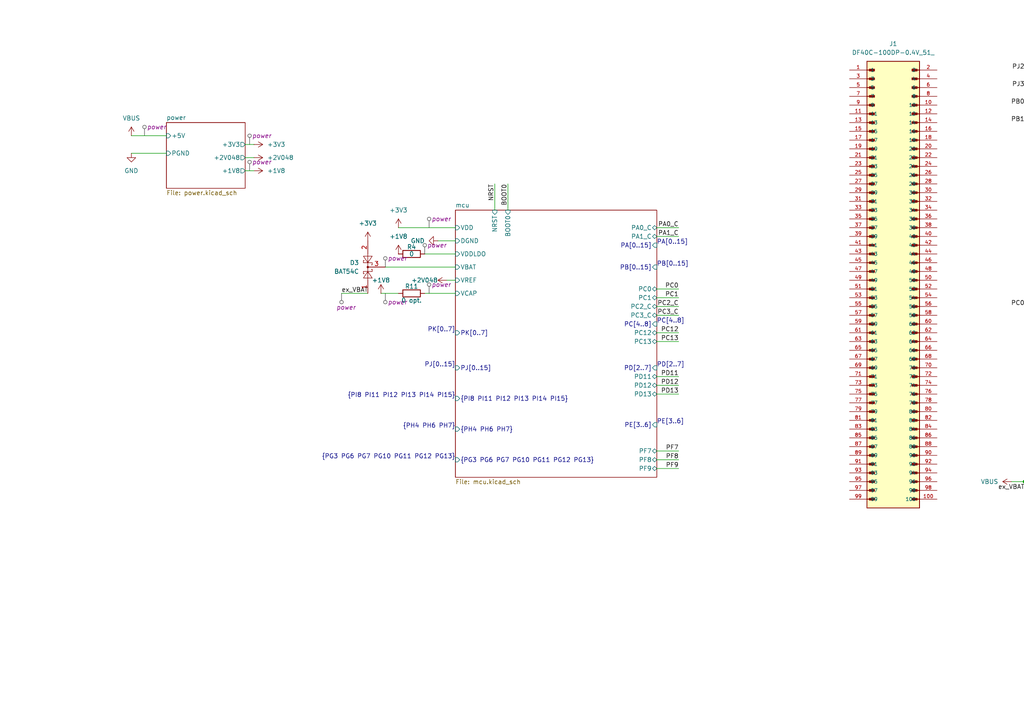
<source format=kicad_sch>
(kicad_sch
	(version 20231120)
	(generator "eeschema")
	(generator_version "8.0")
	(uuid "a69f31b1-c3a2-49f5-a533-af75e45f29ed")
	(paper "A4")
	(lib_symbols
		(symbol "DF40C-100DP-0.4V_51_:DF40C-100DP-0.4V_51_"
			(pin_names
				(offset 1.016)
			)
			(exclude_from_sim no)
			(in_bom yes)
			(on_board yes)
			(property "Reference" "J"
				(at -7.62 64.262 0)
				(effects
					(font
						(size 1.27 1.27)
					)
					(justify left bottom)
				)
			)
			(property "Value" "DF40C-100DP-0.4V_51_"
				(at -7.62 -66.802 0)
				(effects
					(font
						(size 1.27 1.27)
					)
					(justify left top)
				)
			)
			(property "Footprint" "DF40C-100DP-0.4V_51_:HIROSE_DF40C-100DP-0.4V_51_"
				(at 0 0 0)
				(effects
					(font
						(size 1.27 1.27)
					)
					(justify bottom)
					(hide yes)
				)
			)
			(property "Datasheet" ""
				(at 0 0 0)
				(effects
					(font
						(size 1.27 1.27)
					)
					(hide yes)
				)
			)
			(property "Description" ""
				(at 0 0 0)
				(effects
					(font
						(size 1.27 1.27)
					)
					(hide yes)
				)
			)
			(property "MF" "Hirose Electric Co Ltd"
				(at 0 0 0)
				(effects
					(font
						(size 1.27 1.27)
					)
					(justify bottom)
					(hide yes)
				)
			)
			(property "MAXIMUM_PACKAGE_HEIGHT" "1.29mm"
				(at 0 0 0)
				(effects
					(font
						(size 1.27 1.27)
					)
					(justify bottom)
					(hide yes)
				)
			)
			(property "Package" "None"
				(at 0 0 0)
				(effects
					(font
						(size 1.27 1.27)
					)
					(justify bottom)
					(hide yes)
				)
			)
			(property "Price" "None"
				(at 0 0 0)
				(effects
					(font
						(size 1.27 1.27)
					)
					(justify bottom)
					(hide yes)
				)
			)
			(property "Check_prices" "https://www.snapeda.com/parts/DF40C-100DP-0.4V(51)/Hirose/view-part/?ref=eda"
				(at 0 0 0)
				(effects
					(font
						(size 1.27 1.27)
					)
					(justify bottom)
					(hide yes)
				)
			)
			(property "STANDARD" "Manufacturer Recommendations"
				(at 0 0 0)
				(effects
					(font
						(size 1.27 1.27)
					)
					(justify bottom)
					(hide yes)
				)
			)
			(property "PARTREV" "8"
				(at 0 0 0)
				(effects
					(font
						(size 1.27 1.27)
					)
					(justify bottom)
					(hide yes)
				)
			)
			(property "SnapEDA_Link" "https://www.snapeda.com/parts/DF40C-100DP-0.4V(51)/Hirose/view-part/?ref=snap"
				(at 0 0 0)
				(effects
					(font
						(size 1.27 1.27)
					)
					(justify bottom)
					(hide yes)
				)
			)
			(property "MP" "DF40C-100DP-0.4V(51)"
				(at 0 0 0)
				(effects
					(font
						(size 1.27 1.27)
					)
					(justify bottom)
					(hide yes)
				)
			)
			(property "Purchase-URL" "https://www.snapeda.com/api/url_track_click_mouser/?unipart_id=7177778&manufacturer=Hirose Electric Co Ltd&part_name=DF40C-100DP-0.4V(51)&search_term=df40 100 0.4"
				(at 0 0 0)
				(effects
					(font
						(size 1.27 1.27)
					)
					(justify bottom)
					(hide yes)
				)
			)
			(property "Description_1" "\n100 Position Connector Plug, Outer Shroud Contacts Surface Mount Gold\n"
				(at 0 0 0)
				(effects
					(font
						(size 1.27 1.27)
					)
					(justify bottom)
					(hide yes)
				)
			)
			(property "Availability" "In Stock"
				(at 0 0 0)
				(effects
					(font
						(size 1.27 1.27)
					)
					(justify bottom)
					(hide yes)
				)
			)
			(property "MANUFACTURER" "Hirose"
				(at 0 0 0)
				(effects
					(font
						(size 1.27 1.27)
					)
					(justify bottom)
					(hide yes)
				)
			)
			(symbol "DF40C-100DP-0.4V_51__0_0"
				(rectangle
					(start -7.62 -66.04)
					(end 7.62 63.5)
					(stroke
						(width 0.254)
						(type default)
					)
					(fill
						(type background)
					)
				)
				(rectangle
					(start -6.985 -63.8175)
					(end -5.3975 -63.1825)
					(stroke
						(width 0.1)
						(type default)
					)
					(fill
						(type outline)
					)
				)
				(rectangle
					(start -6.985 -61.2775)
					(end -5.3975 -60.6425)
					(stroke
						(width 0.1)
						(type default)
					)
					(fill
						(type outline)
					)
				)
				(rectangle
					(start -6.985 -58.7375)
					(end -5.3975 -58.1025)
					(stroke
						(width 0.1)
						(type default)
					)
					(fill
						(type outline)
					)
				)
				(rectangle
					(start -6.985 -56.1975)
					(end -5.3975 -55.5625)
					(stroke
						(width 0.1)
						(type default)
					)
					(fill
						(type outline)
					)
				)
				(rectangle
					(start -6.985 -53.6575)
					(end -5.3975 -53.0225)
					(stroke
						(width 0.1)
						(type default)
					)
					(fill
						(type outline)
					)
				)
				(rectangle
					(start -6.985 -51.1175)
					(end -5.3975 -50.4825)
					(stroke
						(width 0.1)
						(type default)
					)
					(fill
						(type outline)
					)
				)
				(rectangle
					(start -6.985 -48.5775)
					(end -5.3975 -47.9425)
					(stroke
						(width 0.1)
						(type default)
					)
					(fill
						(type outline)
					)
				)
				(rectangle
					(start -6.985 -46.0375)
					(end -5.3975 -45.4025)
					(stroke
						(width 0.1)
						(type default)
					)
					(fill
						(type outline)
					)
				)
				(rectangle
					(start -6.985 -43.4975)
					(end -5.3975 -42.8625)
					(stroke
						(width 0.1)
						(type default)
					)
					(fill
						(type outline)
					)
				)
				(rectangle
					(start -6.985 -40.9575)
					(end -5.3975 -40.3225)
					(stroke
						(width 0.1)
						(type default)
					)
					(fill
						(type outline)
					)
				)
				(rectangle
					(start -6.985 -38.4175)
					(end -5.3975 -37.7825)
					(stroke
						(width 0.1)
						(type default)
					)
					(fill
						(type outline)
					)
				)
				(rectangle
					(start -6.985 -35.8775)
					(end -5.3975 -35.2425)
					(stroke
						(width 0.1)
						(type default)
					)
					(fill
						(type outline)
					)
				)
				(rectangle
					(start -6.985 -33.3375)
					(end -5.3975 -32.7025)
					(stroke
						(width 0.1)
						(type default)
					)
					(fill
						(type outline)
					)
				)
				(rectangle
					(start -6.985 -30.7975)
					(end -5.3975 -30.1625)
					(stroke
						(width 0.1)
						(type default)
					)
					(fill
						(type outline)
					)
				)
				(rectangle
					(start -6.985 -28.2575)
					(end -5.3975 -27.6225)
					(stroke
						(width 0.1)
						(type default)
					)
					(fill
						(type outline)
					)
				)
				(rectangle
					(start -6.985 -25.7175)
					(end -5.3975 -25.0825)
					(stroke
						(width 0.1)
						(type default)
					)
					(fill
						(type outline)
					)
				)
				(rectangle
					(start -6.985 -23.1775)
					(end -5.3975 -22.5425)
					(stroke
						(width 0.1)
						(type default)
					)
					(fill
						(type outline)
					)
				)
				(rectangle
					(start -6.985 -20.6375)
					(end -5.3975 -20.0025)
					(stroke
						(width 0.1)
						(type default)
					)
					(fill
						(type outline)
					)
				)
				(rectangle
					(start -6.985 -18.0975)
					(end -5.3975 -17.4625)
					(stroke
						(width 0.1)
						(type default)
					)
					(fill
						(type outline)
					)
				)
				(rectangle
					(start -6.985 -15.5575)
					(end -5.3975 -14.9225)
					(stroke
						(width 0.1)
						(type default)
					)
					(fill
						(type outline)
					)
				)
				(rectangle
					(start -6.985 -13.0175)
					(end -5.3975 -12.3825)
					(stroke
						(width 0.1)
						(type default)
					)
					(fill
						(type outline)
					)
				)
				(rectangle
					(start -6.985 -10.4775)
					(end -5.3975 -9.8425)
					(stroke
						(width 0.1)
						(type default)
					)
					(fill
						(type outline)
					)
				)
				(rectangle
					(start -6.985 -7.9375)
					(end -5.3975 -7.3025)
					(stroke
						(width 0.1)
						(type default)
					)
					(fill
						(type outline)
					)
				)
				(rectangle
					(start -6.985 -5.3975)
					(end -5.3975 -4.7625)
					(stroke
						(width 0.1)
						(type default)
					)
					(fill
						(type outline)
					)
				)
				(rectangle
					(start -6.985 -2.8575)
					(end -5.3975 -2.2225)
					(stroke
						(width 0.1)
						(type default)
					)
					(fill
						(type outline)
					)
				)
				(rectangle
					(start -6.985 -0.3175)
					(end -5.3975 0.3175)
					(stroke
						(width 0.1)
						(type default)
					)
					(fill
						(type outline)
					)
				)
				(rectangle
					(start -6.985 2.2225)
					(end -5.3975 2.8575)
					(stroke
						(width 0.1)
						(type default)
					)
					(fill
						(type outline)
					)
				)
				(rectangle
					(start -6.985 4.7625)
					(end -5.3975 5.3975)
					(stroke
						(width 0.1)
						(type default)
					)
					(fill
						(type outline)
					)
				)
				(rectangle
					(start -6.985 7.3025)
					(end -5.3975 7.9375)
					(stroke
						(width 0.1)
						(type default)
					)
					(fill
						(type outline)
					)
				)
				(rectangle
					(start -6.985 9.8425)
					(end -5.3975 10.4775)
					(stroke
						(width 0.1)
						(type default)
					)
					(fill
						(type outline)
					)
				)
				(rectangle
					(start -6.985 12.3825)
					(end -5.3975 13.0175)
					(stroke
						(width 0.1)
						(type default)
					)
					(fill
						(type outline)
					)
				)
				(rectangle
					(start -6.985 14.9225)
					(end -5.3975 15.5575)
					(stroke
						(width 0.1)
						(type default)
					)
					(fill
						(type outline)
					)
				)
				(rectangle
					(start -6.985 17.4625)
					(end -5.3975 18.0975)
					(stroke
						(width 0.1)
						(type default)
					)
					(fill
						(type outline)
					)
				)
				(rectangle
					(start -6.985 20.0025)
					(end -5.3975 20.6375)
					(stroke
						(width 0.1)
						(type default)
					)
					(fill
						(type outline)
					)
				)
				(rectangle
					(start -6.985 22.5425)
					(end -5.3975 23.1775)
					(stroke
						(width 0.1)
						(type default)
					)
					(fill
						(type outline)
					)
				)
				(rectangle
					(start -6.985 25.0825)
					(end -5.3975 25.7175)
					(stroke
						(width 0.1)
						(type default)
					)
					(fill
						(type outline)
					)
				)
				(rectangle
					(start -6.985 27.6225)
					(end -5.3975 28.2575)
					(stroke
						(width 0.1)
						(type default)
					)
					(fill
						(type outline)
					)
				)
				(rectangle
					(start -6.985 30.1625)
					(end -5.3975 30.7975)
					(stroke
						(width 0.1)
						(type default)
					)
					(fill
						(type outline)
					)
				)
				(rectangle
					(start -6.985 32.7025)
					(end -5.3975 33.3375)
					(stroke
						(width 0.1)
						(type default)
					)
					(fill
						(type outline)
					)
				)
				(rectangle
					(start -6.985 35.2425)
					(end -5.3975 35.8775)
					(stroke
						(width 0.1)
						(type default)
					)
					(fill
						(type outline)
					)
				)
				(rectangle
					(start -6.985 37.7825)
					(end -5.3975 38.4175)
					(stroke
						(width 0.1)
						(type default)
					)
					(fill
						(type outline)
					)
				)
				(rectangle
					(start -6.985 40.3225)
					(end -5.3975 40.9575)
					(stroke
						(width 0.1)
						(type default)
					)
					(fill
						(type outline)
					)
				)
				(rectangle
					(start -6.985 42.8625)
					(end -5.3975 43.4975)
					(stroke
						(width 0.1)
						(type default)
					)
					(fill
						(type outline)
					)
				)
				(rectangle
					(start -6.985 45.4025)
					(end -5.3975 46.0375)
					(stroke
						(width 0.1)
						(type default)
					)
					(fill
						(type outline)
					)
				)
				(rectangle
					(start -6.985 47.9425)
					(end -5.3975 48.5775)
					(stroke
						(width 0.1)
						(type default)
					)
					(fill
						(type outline)
					)
				)
				(rectangle
					(start -6.985 50.4825)
					(end -5.3975 51.1175)
					(stroke
						(width 0.1)
						(type default)
					)
					(fill
						(type outline)
					)
				)
				(rectangle
					(start -6.985 53.0225)
					(end -5.3975 53.6575)
					(stroke
						(width 0.1)
						(type default)
					)
					(fill
						(type outline)
					)
				)
				(rectangle
					(start -6.985 55.5625)
					(end -5.3975 56.1975)
					(stroke
						(width 0.1)
						(type default)
					)
					(fill
						(type outline)
					)
				)
				(rectangle
					(start -6.985 58.1025)
					(end -5.3975 58.7375)
					(stroke
						(width 0.1)
						(type default)
					)
					(fill
						(type outline)
					)
				)
				(rectangle
					(start -6.985 60.6425)
					(end -5.3975 61.2775)
					(stroke
						(width 0.1)
						(type default)
					)
					(fill
						(type outline)
					)
				)
				(polyline
					(pts
						(xy -7.62 -63.5) (xy -5.715 -63.5)
					)
					(stroke
						(width 0.254)
						(type default)
					)
					(fill
						(type none)
					)
				)
				(polyline
					(pts
						(xy -7.62 -60.96) (xy -5.715 -60.96)
					)
					(stroke
						(width 0.254)
						(type default)
					)
					(fill
						(type none)
					)
				)
				(polyline
					(pts
						(xy -7.62 -58.42) (xy -5.715 -58.42)
					)
					(stroke
						(width 0.254)
						(type default)
					)
					(fill
						(type none)
					)
				)
				(polyline
					(pts
						(xy -7.62 -55.88) (xy -5.715 -55.88)
					)
					(stroke
						(width 0.254)
						(type default)
					)
					(fill
						(type none)
					)
				)
				(polyline
					(pts
						(xy -7.62 -53.34) (xy -5.715 -53.34)
					)
					(stroke
						(width 0.254)
						(type default)
					)
					(fill
						(type none)
					)
				)
				(polyline
					(pts
						(xy -7.62 -50.8) (xy -5.715 -50.8)
					)
					(stroke
						(width 0.254)
						(type default)
					)
					(fill
						(type none)
					)
				)
				(polyline
					(pts
						(xy -7.62 -48.26) (xy -5.715 -48.26)
					)
					(stroke
						(width 0.254)
						(type default)
					)
					(fill
						(type none)
					)
				)
				(polyline
					(pts
						(xy -7.62 -45.72) (xy -5.715 -45.72)
					)
					(stroke
						(width 0.254)
						(type default)
					)
					(fill
						(type none)
					)
				)
				(polyline
					(pts
						(xy -7.62 -43.18) (xy -5.715 -43.18)
					)
					(stroke
						(width 0.254)
						(type default)
					)
					(fill
						(type none)
					)
				)
				(polyline
					(pts
						(xy -7.62 -40.64) (xy -5.715 -40.64)
					)
					(stroke
						(width 0.254)
						(type default)
					)
					(fill
						(type none)
					)
				)
				(polyline
					(pts
						(xy -7.62 -38.1) (xy -5.715 -38.1)
					)
					(stroke
						(width 0.254)
						(type default)
					)
					(fill
						(type none)
					)
				)
				(polyline
					(pts
						(xy -7.62 -35.56) (xy -5.715 -35.56)
					)
					(stroke
						(width 0.254)
						(type default)
					)
					(fill
						(type none)
					)
				)
				(polyline
					(pts
						(xy -7.62 -33.02) (xy -5.715 -33.02)
					)
					(stroke
						(width 0.254)
						(type default)
					)
					(fill
						(type none)
					)
				)
				(polyline
					(pts
						(xy -7.62 -30.48) (xy -5.715 -30.48)
					)
					(stroke
						(width 0.254)
						(type default)
					)
					(fill
						(type none)
					)
				)
				(polyline
					(pts
						(xy -7.62 -27.94) (xy -5.715 -27.94)
					)
					(stroke
						(width 0.254)
						(type default)
					)
					(fill
						(type none)
					)
				)
				(polyline
					(pts
						(xy -7.62 -25.4) (xy -5.715 -25.4)
					)
					(stroke
						(width 0.254)
						(type default)
					)
					(fill
						(type none)
					)
				)
				(polyline
					(pts
						(xy -7.62 -22.86) (xy -5.715 -22.86)
					)
					(stroke
						(width 0.254)
						(type default)
					)
					(fill
						(type none)
					)
				)
				(polyline
					(pts
						(xy -7.62 -20.32) (xy -5.715 -20.32)
					)
					(stroke
						(width 0.254)
						(type default)
					)
					(fill
						(type none)
					)
				)
				(polyline
					(pts
						(xy -7.62 -17.78) (xy -5.715 -17.78)
					)
					(stroke
						(width 0.254)
						(type default)
					)
					(fill
						(type none)
					)
				)
				(polyline
					(pts
						(xy -7.62 -15.24) (xy -5.715 -15.24)
					)
					(stroke
						(width 0.254)
						(type default)
					)
					(fill
						(type none)
					)
				)
				(polyline
					(pts
						(xy -7.62 -12.7) (xy -5.715 -12.7)
					)
					(stroke
						(width 0.254)
						(type default)
					)
					(fill
						(type none)
					)
				)
				(polyline
					(pts
						(xy -7.62 -10.16) (xy -5.715 -10.16)
					)
					(stroke
						(width 0.254)
						(type default)
					)
					(fill
						(type none)
					)
				)
				(polyline
					(pts
						(xy -7.62 -7.62) (xy -5.715 -7.62)
					)
					(stroke
						(width 0.254)
						(type default)
					)
					(fill
						(type none)
					)
				)
				(polyline
					(pts
						(xy -7.62 -5.08) (xy -5.715 -5.08)
					)
					(stroke
						(width 0.254)
						(type default)
					)
					(fill
						(type none)
					)
				)
				(polyline
					(pts
						(xy -7.62 -2.54) (xy -5.715 -2.54)
					)
					(stroke
						(width 0.254)
						(type default)
					)
					(fill
						(type none)
					)
				)
				(polyline
					(pts
						(xy -7.62 0) (xy -5.715 0)
					)
					(stroke
						(width 0.254)
						(type default)
					)
					(fill
						(type none)
					)
				)
				(polyline
					(pts
						(xy -7.62 2.54) (xy -5.715 2.54)
					)
					(stroke
						(width 0.254)
						(type default)
					)
					(fill
						(type none)
					)
				)
				(polyline
					(pts
						(xy -7.62 5.08) (xy -5.715 5.08)
					)
					(stroke
						(width 0.254)
						(type default)
					)
					(fill
						(type none)
					)
				)
				(polyline
					(pts
						(xy -7.62 7.62) (xy -5.715 7.62)
					)
					(stroke
						(width 0.254)
						(type default)
					)
					(fill
						(type none)
					)
				)
				(polyline
					(pts
						(xy -7.62 10.16) (xy -5.715 10.16)
					)
					(stroke
						(width 0.254)
						(type default)
					)
					(fill
						(type none)
					)
				)
				(polyline
					(pts
						(xy -7.62 12.7) (xy -5.715 12.7)
					)
					(stroke
						(width 0.254)
						(type default)
					)
					(fill
						(type none)
					)
				)
				(polyline
					(pts
						(xy -7.62 15.24) (xy -5.715 15.24)
					)
					(stroke
						(width 0.254)
						(type default)
					)
					(fill
						(type none)
					)
				)
				(polyline
					(pts
						(xy -7.62 17.78) (xy -5.715 17.78)
					)
					(stroke
						(width 0.254)
						(type default)
					)
					(fill
						(type none)
					)
				)
				(polyline
					(pts
						(xy -7.62 20.32) (xy -5.715 20.32)
					)
					(stroke
						(width 0.254)
						(type default)
					)
					(fill
						(type none)
					)
				)
				(polyline
					(pts
						(xy -7.62 22.86) (xy -5.715 22.86)
					)
					(stroke
						(width 0.254)
						(type default)
					)
					(fill
						(type none)
					)
				)
				(polyline
					(pts
						(xy -7.62 25.4) (xy -5.715 25.4)
					)
					(stroke
						(width 0.254)
						(type default)
					)
					(fill
						(type none)
					)
				)
				(polyline
					(pts
						(xy -7.62 27.94) (xy -5.715 27.94)
					)
					(stroke
						(width 0.254)
						(type default)
					)
					(fill
						(type none)
					)
				)
				(polyline
					(pts
						(xy -7.62 30.48) (xy -5.715 30.48)
					)
					(stroke
						(width 0.254)
						(type default)
					)
					(fill
						(type none)
					)
				)
				(polyline
					(pts
						(xy -7.62 33.02) (xy -5.715 33.02)
					)
					(stroke
						(width 0.254)
						(type default)
					)
					(fill
						(type none)
					)
				)
				(polyline
					(pts
						(xy -7.62 35.56) (xy -5.715 35.56)
					)
					(stroke
						(width 0.254)
						(type default)
					)
					(fill
						(type none)
					)
				)
				(polyline
					(pts
						(xy -7.62 38.1) (xy -5.715 38.1)
					)
					(stroke
						(width 0.254)
						(type default)
					)
					(fill
						(type none)
					)
				)
				(polyline
					(pts
						(xy -7.62 40.64) (xy -5.715 40.64)
					)
					(stroke
						(width 0.254)
						(type default)
					)
					(fill
						(type none)
					)
				)
				(polyline
					(pts
						(xy -7.62 43.18) (xy -5.715 43.18)
					)
					(stroke
						(width 0.254)
						(type default)
					)
					(fill
						(type none)
					)
				)
				(polyline
					(pts
						(xy -7.62 45.72) (xy -5.715 45.72)
					)
					(stroke
						(width 0.254)
						(type default)
					)
					(fill
						(type none)
					)
				)
				(polyline
					(pts
						(xy -7.62 48.26) (xy -5.715 48.26)
					)
					(stroke
						(width 0.254)
						(type default)
					)
					(fill
						(type none)
					)
				)
				(polyline
					(pts
						(xy -7.62 50.8) (xy -5.715 50.8)
					)
					(stroke
						(width 0.254)
						(type default)
					)
					(fill
						(type none)
					)
				)
				(polyline
					(pts
						(xy -7.62 53.34) (xy -5.715 53.34)
					)
					(stroke
						(width 0.254)
						(type default)
					)
					(fill
						(type none)
					)
				)
				(polyline
					(pts
						(xy -7.62 55.88) (xy -5.715 55.88)
					)
					(stroke
						(width 0.254)
						(type default)
					)
					(fill
						(type none)
					)
				)
				(polyline
					(pts
						(xy -7.62 58.42) (xy -5.715 58.42)
					)
					(stroke
						(width 0.254)
						(type default)
					)
					(fill
						(type none)
					)
				)
				(polyline
					(pts
						(xy -7.62 60.96) (xy -5.715 60.96)
					)
					(stroke
						(width 0.254)
						(type default)
					)
					(fill
						(type none)
					)
				)
				(polyline
					(pts
						(xy 7.62 -63.5) (xy 5.715 -63.5)
					)
					(stroke
						(width 0.254)
						(type default)
					)
					(fill
						(type none)
					)
				)
				(polyline
					(pts
						(xy 7.62 -60.96) (xy 5.715 -60.96)
					)
					(stroke
						(width 0.254)
						(type default)
					)
					(fill
						(type none)
					)
				)
				(polyline
					(pts
						(xy 7.62 -58.42) (xy 5.715 -58.42)
					)
					(stroke
						(width 0.254)
						(type default)
					)
					(fill
						(type none)
					)
				)
				(polyline
					(pts
						(xy 7.62 -55.88) (xy 5.715 -55.88)
					)
					(stroke
						(width 0.254)
						(type default)
					)
					(fill
						(type none)
					)
				)
				(polyline
					(pts
						(xy 7.62 -53.34) (xy 5.715 -53.34)
					)
					(stroke
						(width 0.254)
						(type default)
					)
					(fill
						(type none)
					)
				)
				(polyline
					(pts
						(xy 7.62 -50.8) (xy 5.715 -50.8)
					)
					(stroke
						(width 0.254)
						(type default)
					)
					(fill
						(type none)
					)
				)
				(polyline
					(pts
						(xy 7.62 -48.26) (xy 5.715 -48.26)
					)
					(stroke
						(width 0.254)
						(type default)
					)
					(fill
						(type none)
					)
				)
				(polyline
					(pts
						(xy 7.62 -45.72) (xy 5.715 -45.72)
					)
					(stroke
						(width 0.254)
						(type default)
					)
					(fill
						(type none)
					)
				)
				(polyline
					(pts
						(xy 7.62 -43.18) (xy 5.715 -43.18)
					)
					(stroke
						(width 0.254)
						(type default)
					)
					(fill
						(type none)
					)
				)
				(polyline
					(pts
						(xy 7.62 -40.64) (xy 5.715 -40.64)
					)
					(stroke
						(width 0.254)
						(type default)
					)
					(fill
						(type none)
					)
				)
				(polyline
					(pts
						(xy 7.62 -38.1) (xy 5.715 -38.1)
					)
					(stroke
						(width 0.254)
						(type default)
					)
					(fill
						(type none)
					)
				)
				(polyline
					(pts
						(xy 7.62 -35.56) (xy 5.715 -35.56)
					)
					(stroke
						(width 0.254)
						(type default)
					)
					(fill
						(type none)
					)
				)
				(polyline
					(pts
						(xy 7.62 -33.02) (xy 5.715 -33.02)
					)
					(stroke
						(width 0.254)
						(type default)
					)
					(fill
						(type none)
					)
				)
				(polyline
					(pts
						(xy 7.62 -30.48) (xy 5.715 -30.48)
					)
					(stroke
						(width 0.254)
						(type default)
					)
					(fill
						(type none)
					)
				)
				(polyline
					(pts
						(xy 7.62 -27.94) (xy 5.715 -27.94)
					)
					(stroke
						(width 0.254)
						(type default)
					)
					(fill
						(type none)
					)
				)
				(polyline
					(pts
						(xy 7.62 -25.4) (xy 5.715 -25.4)
					)
					(stroke
						(width 0.254)
						(type default)
					)
					(fill
						(type none)
					)
				)
				(polyline
					(pts
						(xy 7.62 -22.86) (xy 5.715 -22.86)
					)
					(stroke
						(width 0.254)
						(type default)
					)
					(fill
						(type none)
					)
				)
				(polyline
					(pts
						(xy 7.62 -20.32) (xy 5.715 -20.32)
					)
					(stroke
						(width 0.254)
						(type default)
					)
					(fill
						(type none)
					)
				)
				(polyline
					(pts
						(xy 7.62 -17.78) (xy 5.715 -17.78)
					)
					(stroke
						(width 0.254)
						(type default)
					)
					(fill
						(type none)
					)
				)
				(polyline
					(pts
						(xy 7.62 -15.24) (xy 5.715 -15.24)
					)
					(stroke
						(width 0.254)
						(type default)
					)
					(fill
						(type none)
					)
				)
				(polyline
					(pts
						(xy 7.62 -12.7) (xy 5.715 -12.7)
					)
					(stroke
						(width 0.254)
						(type default)
					)
					(fill
						(type none)
					)
				)
				(polyline
					(pts
						(xy 7.62 -10.16) (xy 5.715 -10.16)
					)
					(stroke
						(width 0.254)
						(type default)
					)
					(fill
						(type none)
					)
				)
				(polyline
					(pts
						(xy 7.62 -7.62) (xy 5.715 -7.62)
					)
					(stroke
						(width 0.254)
						(type default)
					)
					(fill
						(type none)
					)
				)
				(polyline
					(pts
						(xy 7.62 -5.08) (xy 5.715 -5.08)
					)
					(stroke
						(width 0.254)
						(type default)
					)
					(fill
						(type none)
					)
				)
				(polyline
					(pts
						(xy 7.62 -2.54) (xy 5.715 -2.54)
					)
					(stroke
						(width 0.254)
						(type default)
					)
					(fill
						(type none)
					)
				)
				(polyline
					(pts
						(xy 7.62 0) (xy 5.715 0)
					)
					(stroke
						(width 0.254)
						(type default)
					)
					(fill
						(type none)
					)
				)
				(polyline
					(pts
						(xy 7.62 2.54) (xy 5.715 2.54)
					)
					(stroke
						(width 0.254)
						(type default)
					)
					(fill
						(type none)
					)
				)
				(polyline
					(pts
						(xy 7.62 5.08) (xy 5.715 5.08)
					)
					(stroke
						(width 0.254)
						(type default)
					)
					(fill
						(type none)
					)
				)
				(polyline
					(pts
						(xy 7.62 7.62) (xy 5.715 7.62)
					)
					(stroke
						(width 0.254)
						(type default)
					)
					(fill
						(type none)
					)
				)
				(polyline
					(pts
						(xy 7.62 10.16) (xy 5.715 10.16)
					)
					(stroke
						(width 0.254)
						(type default)
					)
					(fill
						(type none)
					)
				)
				(polyline
					(pts
						(xy 7.62 12.7) (xy 5.715 12.7)
					)
					(stroke
						(width 0.254)
						(type default)
					)
					(fill
						(type none)
					)
				)
				(polyline
					(pts
						(xy 7.62 15.24) (xy 5.715 15.24)
					)
					(stroke
						(width 0.254)
						(type default)
					)
					(fill
						(type none)
					)
				)
				(polyline
					(pts
						(xy 7.62 17.78) (xy 5.715 17.78)
					)
					(stroke
						(width 0.254)
						(type default)
					)
					(fill
						(type none)
					)
				)
				(polyline
					(pts
						(xy 7.62 20.32) (xy 5.715 20.32)
					)
					(stroke
						(width 0.254)
						(type default)
					)
					(fill
						(type none)
					)
				)
				(polyline
					(pts
						(xy 7.62 22.86) (xy 5.715 22.86)
					)
					(stroke
						(width 0.254)
						(type default)
					)
					(fill
						(type none)
					)
				)
				(polyline
					(pts
						(xy 7.62 25.4) (xy 5.715 25.4)
					)
					(stroke
						(width 0.254)
						(type default)
					)
					(fill
						(type none)
					)
				)
				(polyline
					(pts
						(xy 7.62 27.94) (xy 5.715 27.94)
					)
					(stroke
						(width 0.254)
						(type default)
					)
					(fill
						(type none)
					)
				)
				(polyline
					(pts
						(xy 7.62 30.48) (xy 5.715 30.48)
					)
					(stroke
						(width 0.254)
						(type default)
					)
					(fill
						(type none)
					)
				)
				(polyline
					(pts
						(xy 7.62 33.02) (xy 5.715 33.02)
					)
					(stroke
						(width 0.254)
						(type default)
					)
					(fill
						(type none)
					)
				)
				(polyline
					(pts
						(xy 7.62 35.56) (xy 5.715 35.56)
					)
					(stroke
						(width 0.254)
						(type default)
					)
					(fill
						(type none)
					)
				)
				(polyline
					(pts
						(xy 7.62 38.1) (xy 5.715 38.1)
					)
					(stroke
						(width 0.254)
						(type default)
					)
					(fill
						(type none)
					)
				)
				(polyline
					(pts
						(xy 7.62 40.64) (xy 5.715 40.64)
					)
					(stroke
						(width 0.254)
						(type default)
					)
					(fill
						(type none)
					)
				)
				(polyline
					(pts
						(xy 7.62 43.18) (xy 5.715 43.18)
					)
					(stroke
						(width 0.254)
						(type default)
					)
					(fill
						(type none)
					)
				)
				(polyline
					(pts
						(xy 7.62 45.72) (xy 5.715 45.72)
					)
					(stroke
						(width 0.254)
						(type default)
					)
					(fill
						(type none)
					)
				)
				(polyline
					(pts
						(xy 7.62 48.26) (xy 5.715 48.26)
					)
					(stroke
						(width 0.254)
						(type default)
					)
					(fill
						(type none)
					)
				)
				(polyline
					(pts
						(xy 7.62 50.8) (xy 5.715 50.8)
					)
					(stroke
						(width 0.254)
						(type default)
					)
					(fill
						(type none)
					)
				)
				(polyline
					(pts
						(xy 7.62 53.34) (xy 5.715 53.34)
					)
					(stroke
						(width 0.254)
						(type default)
					)
					(fill
						(type none)
					)
				)
				(polyline
					(pts
						(xy 7.62 55.88) (xy 5.715 55.88)
					)
					(stroke
						(width 0.254)
						(type default)
					)
					(fill
						(type none)
					)
				)
				(polyline
					(pts
						(xy 7.62 58.42) (xy 5.715 58.42)
					)
					(stroke
						(width 0.254)
						(type default)
					)
					(fill
						(type none)
					)
				)
				(polyline
					(pts
						(xy 7.62 60.96) (xy 5.715 60.96)
					)
					(stroke
						(width 0.254)
						(type default)
					)
					(fill
						(type none)
					)
				)
				(rectangle
					(start 5.3975 -63.8175)
					(end 6.985 -63.1825)
					(stroke
						(width 0.1)
						(type default)
					)
					(fill
						(type outline)
					)
				)
				(rectangle
					(start 5.3975 -61.2775)
					(end 6.985 -60.6425)
					(stroke
						(width 0.1)
						(type default)
					)
					(fill
						(type outline)
					)
				)
				(rectangle
					(start 5.3975 -58.7375)
					(end 6.985 -58.1025)
					(stroke
						(width 0.1)
						(type default)
					)
					(fill
						(type outline)
					)
				)
				(rectangle
					(start 5.3975 -56.1975)
					(end 6.985 -55.5625)
					(stroke
						(width 0.1)
						(type default)
					)
					(fill
						(type outline)
					)
				)
				(rectangle
					(start 5.3975 -53.6575)
					(end 6.985 -53.0225)
					(stroke
						(width 0.1)
						(type default)
					)
					(fill
						(type outline)
					)
				)
				(rectangle
					(start 5.3975 -51.1175)
					(end 6.985 -50.4825)
					(stroke
						(width 0.1)
						(type default)
					)
					(fill
						(type outline)
					)
				)
				(rectangle
					(start 5.3975 -48.5775)
					(end 6.985 -47.9425)
					(stroke
						(width 0.1)
						(type default)
					)
					(fill
						(type outline)
					)
				)
				(rectangle
					(start 5.3975 -46.0375)
					(end 6.985 -45.4025)
					(stroke
						(width 0.1)
						(type default)
					)
					(fill
						(type outline)
					)
				)
				(rectangle
					(start 5.3975 -43.4975)
					(end 6.985 -42.8625)
					(stroke
						(width 0.1)
						(type default)
					)
					(fill
						(type outline)
					)
				)
				(rectangle
					(start 5.3975 -40.9575)
					(end 6.985 -40.3225)
					(stroke
						(width 0.1)
						(type default)
					)
					(fill
						(type outline)
					)
				)
				(rectangle
					(start 5.3975 -38.4175)
					(end 6.985 -37.7825)
					(stroke
						(width 0.1)
						(type default)
					)
					(fill
						(type outline)
					)
				)
				(rectangle
					(start 5.3975 -35.8775)
					(end 6.985 -35.2425)
					(stroke
						(width 0.1)
						(type default)
					)
					(fill
						(type outline)
					)
				)
				(rectangle
					(start 5.3975 -33.3375)
					(end 6.985 -32.7025)
					(stroke
						(width 0.1)
						(type default)
					)
					(fill
						(type outline)
					)
				)
				(rectangle
					(start 5.3975 -30.7975)
					(end 6.985 -30.1625)
					(stroke
						(width 0.1)
						(type default)
					)
					(fill
						(type outline)
					)
				)
				(rectangle
					(start 5.3975 -28.2575)
					(end 6.985 -27.6225)
					(stroke
						(width 0.1)
						(type default)
					)
					(fill
						(type outline)
					)
				)
				(rectangle
					(start 5.3975 -25.7175)
					(end 6.985 -25.0825)
					(stroke
						(width 0.1)
						(type default)
					)
					(fill
						(type outline)
					)
				)
				(rectangle
					(start 5.3975 -23.1775)
					(end 6.985 -22.5425)
					(stroke
						(width 0.1)
						(type default)
					)
					(fill
						(type outline)
					)
				)
				(rectangle
					(start 5.3975 -20.6375)
					(end 6.985 -20.0025)
					(stroke
						(width 0.1)
						(type default)
					)
					(fill
						(type outline)
					)
				)
				(rectangle
					(start 5.3975 -18.0975)
					(end 6.985 -17.4625)
					(stroke
						(width 0.1)
						(type default)
					)
					(fill
						(type outline)
					)
				)
				(rectangle
					(start 5.3975 -15.5575)
					(end 6.985 -14.9225)
					(stroke
						(width 0.1)
						(type default)
					)
					(fill
						(type outline)
					)
				)
				(rectangle
					(start 5.3975 -13.0175)
					(end 6.985 -12.3825)
					(stroke
						(width 0.1)
						(type default)
					)
					(fill
						(type outline)
					)
				)
				(rectangle
					(start 5.3975 -10.4775)
					(end 6.985 -9.8425)
					(stroke
						(width 0.1)
						(type default)
					)
					(fill
						(type outline)
					)
				)
				(rectangle
					(start 5.3975 -7.9375)
					(end 6.985 -7.3025)
					(stroke
						(width 0.1)
						(type default)
					)
					(fill
						(type outline)
					)
				)
				(rectangle
					(start 5.3975 -5.3975)
					(end 6.985 -4.7625)
					(stroke
						(width 0.1)
						(type default)
					)
					(fill
						(type outline)
					)
				)
				(rectangle
					(start 5.3975 -2.8575)
					(end 6.985 -2.2225)
					(stroke
						(width 0.1)
						(type default)
					)
					(fill
						(type outline)
					)
				)
				(rectangle
					(start 5.3975 -0.3175)
					(end 6.985 0.3175)
					(stroke
						(width 0.1)
						(type default)
					)
					(fill
						(type outline)
					)
				)
				(rectangle
					(start 5.3975 2.2225)
					(end 6.985 2.8575)
					(stroke
						(width 0.1)
						(type default)
					)
					(fill
						(type outline)
					)
				)
				(rectangle
					(start 5.3975 4.7625)
					(end 6.985 5.3975)
					(stroke
						(width 0.1)
						(type default)
					)
					(fill
						(type outline)
					)
				)
				(rectangle
					(start 5.3975 7.3025)
					(end 6.985 7.9375)
					(stroke
						(width 0.1)
						(type default)
					)
					(fill
						(type outline)
					)
				)
				(rectangle
					(start 5.3975 9.8425)
					(end 6.985 10.4775)
					(stroke
						(width 0.1)
						(type default)
					)
					(fill
						(type outline)
					)
				)
				(rectangle
					(start 5.3975 12.3825)
					(end 6.985 13.0175)
					(stroke
						(width 0.1)
						(type default)
					)
					(fill
						(type outline)
					)
				)
				(rectangle
					(start 5.3975 14.9225)
					(end 6.985 15.5575)
					(stroke
						(width 0.1)
						(type default)
					)
					(fill
						(type outline)
					)
				)
				(rectangle
					(start 5.3975 17.4625)
					(end 6.985 18.0975)
					(stroke
						(width 0.1)
						(type default)
					)
					(fill
						(type outline)
					)
				)
				(rectangle
					(start 5.3975 20.0025)
					(end 6.985 20.6375)
					(stroke
						(width 0.1)
						(type default)
					)
					(fill
						(type outline)
					)
				)
				(rectangle
					(start 5.3975 22.5425)
					(end 6.985 23.1775)
					(stroke
						(width 0.1)
						(type default)
					)
					(fill
						(type outline)
					)
				)
				(rectangle
					(start 5.3975 25.0825)
					(end 6.985 25.7175)
					(stroke
						(width 0.1)
						(type default)
					)
					(fill
						(type outline)
					)
				)
				(rectangle
					(start 5.3975 27.6225)
					(end 6.985 28.2575)
					(stroke
						(width 0.1)
						(type default)
					)
					(fill
						(type outline)
					)
				)
				(rectangle
					(start 5.3975 30.1625)
					(end 6.985 30.7975)
					(stroke
						(width 0.1)
						(type default)
					)
					(fill
						(type outline)
					)
				)
				(rectangle
					(start 5.3975 32.7025)
					(end 6.985 33.3375)
					(stroke
						(width 0.1)
						(type default)
					)
					(fill
						(type outline)
					)
				)
				(rectangle
					(start 5.3975 35.2425)
					(end 6.985 35.8775)
					(stroke
						(width 0.1)
						(type default)
					)
					(fill
						(type outline)
					)
				)
				(rectangle
					(start 5.3975 37.7825)
					(end 6.985 38.4175)
					(stroke
						(width 0.1)
						(type default)
					)
					(fill
						(type outline)
					)
				)
				(rectangle
					(start 5.3975 40.3225)
					(end 6.985 40.9575)
					(stroke
						(width 0.1)
						(type default)
					)
					(fill
						(type outline)
					)
				)
				(rectangle
					(start 5.3975 42.8625)
					(end 6.985 43.4975)
					(stroke
						(width 0.1)
						(type default)
					)
					(fill
						(type outline)
					)
				)
				(rectangle
					(start 5.3975 45.4025)
					(end 6.985 46.0375)
					(stroke
						(width 0.1)
						(type default)
					)
					(fill
						(type outline)
					)
				)
				(rectangle
					(start 5.3975 47.9425)
					(end 6.985 48.5775)
					(stroke
						(width 0.1)
						(type default)
					)
					(fill
						(type outline)
					)
				)
				(rectangle
					(start 5.3975 50.4825)
					(end 6.985 51.1175)
					(stroke
						(width 0.1)
						(type default)
					)
					(fill
						(type outline)
					)
				)
				(rectangle
					(start 5.3975 53.0225)
					(end 6.985 53.6575)
					(stroke
						(width 0.1)
						(type default)
					)
					(fill
						(type outline)
					)
				)
				(rectangle
					(start 5.3975 55.5625)
					(end 6.985 56.1975)
					(stroke
						(width 0.1)
						(type default)
					)
					(fill
						(type outline)
					)
				)
				(rectangle
					(start 5.3975 58.1025)
					(end 6.985 58.7375)
					(stroke
						(width 0.1)
						(type default)
					)
					(fill
						(type outline)
					)
				)
				(rectangle
					(start 5.3975 60.6425)
					(end 6.985 61.2775)
					(stroke
						(width 0.1)
						(type default)
					)
					(fill
						(type outline)
					)
				)
				(pin passive line
					(at -12.7 60.96 0)
					(length 5.08)
					(name "1"
						(effects
							(font
								(size 1.016 1.016)
							)
						)
					)
					(number "1"
						(effects
							(font
								(size 1.016 1.016)
							)
						)
					)
				)
				(pin passive line
					(at 12.7 50.8 180)
					(length 5.08)
					(name "10"
						(effects
							(font
								(size 1.016 1.016)
							)
						)
					)
					(number "10"
						(effects
							(font
								(size 1.016 1.016)
							)
						)
					)
				)
				(pin passive line
					(at 12.7 -63.5 180)
					(length 5.08)
					(name "100"
						(effects
							(font
								(size 1.016 1.016)
							)
						)
					)
					(number "100"
						(effects
							(font
								(size 1.016 1.016)
							)
						)
					)
				)
				(pin passive line
					(at -12.7 48.26 0)
					(length 5.08)
					(name "11"
						(effects
							(font
								(size 1.016 1.016)
							)
						)
					)
					(number "11"
						(effects
							(font
								(size 1.016 1.016)
							)
						)
					)
				)
				(pin passive line
					(at 12.7 48.26 180)
					(length 5.08)
					(name "12"
						(effects
							(font
								(size 1.016 1.016)
							)
						)
					)
					(number "12"
						(effects
							(font
								(size 1.016 1.016)
							)
						)
					)
				)
				(pin passive line
					(at -12.7 45.72 0)
					(length 5.08)
					(name "13"
						(effects
							(font
								(size 1.016 1.016)
							)
						)
					)
					(number "13"
						(effects
							(font
								(size 1.016 1.016)
							)
						)
					)
				)
				(pin passive line
					(at 12.7 45.72 180)
					(length 5.08)
					(name "14"
						(effects
							(font
								(size 1.016 1.016)
							)
						)
					)
					(number "14"
						(effects
							(font
								(size 1.016 1.016)
							)
						)
					)
				)
				(pin passive line
					(at -12.7 43.18 0)
					(length 5.08)
					(name "15"
						(effects
							(font
								(size 1.016 1.016)
							)
						)
					)
					(number "15"
						(effects
							(font
								(size 1.016 1.016)
							)
						)
					)
				)
				(pin passive line
					(at 12.7 43.18 180)
					(length 5.08)
					(name "16"
						(effects
							(font
								(size 1.016 1.016)
							)
						)
					)
					(number "16"
						(effects
							(font
								(size 1.016 1.016)
							)
						)
					)
				)
				(pin passive line
					(at -12.7 40.64 0)
					(length 5.08)
					(name "17"
						(effects
							(font
								(size 1.016 1.016)
							)
						)
					)
					(number "17"
						(effects
							(font
								(size 1.016 1.016)
							)
						)
					)
				)
				(pin passive line
					(at 12.7 40.64 180)
					(length 5.08)
					(name "18"
						(effects
							(font
								(size 1.016 1.016)
							)
						)
					)
					(number "18"
						(effects
							(font
								(size 1.016 1.016)
							)
						)
					)
				)
				(pin passive line
					(at -12.7 38.1 0)
					(length 5.08)
					(name "19"
						(effects
							(font
								(size 1.016 1.016)
							)
						)
					)
					(number "19"
						(effects
							(font
								(size 1.016 1.016)
							)
						)
					)
				)
				(pin passive line
					(at 12.7 60.96 180)
					(length 5.08)
					(name "2"
						(effects
							(font
								(size 1.016 1.016)
							)
						)
					)
					(number "2"
						(effects
							(font
								(size 1.016 1.016)
							)
						)
					)
				)
				(pin passive line
					(at 12.7 38.1 180)
					(length 5.08)
					(name "20"
						(effects
							(font
								(size 1.016 1.016)
							)
						)
					)
					(number "20"
						(effects
							(font
								(size 1.016 1.016)
							)
						)
					)
				)
				(pin passive line
					(at -12.7 35.56 0)
					(length 5.08)
					(name "21"
						(effects
							(font
								(size 1.016 1.016)
							)
						)
					)
					(number "21"
						(effects
							(font
								(size 1.016 1.016)
							)
						)
					)
				)
				(pin passive line
					(at 12.7 35.56 180)
					(length 5.08)
					(name "22"
						(effects
							(font
								(size 1.016 1.016)
							)
						)
					)
					(number "22"
						(effects
							(font
								(size 1.016 1.016)
							)
						)
					)
				)
				(pin passive line
					(at -12.7 33.02 0)
					(length 5.08)
					(name "23"
						(effects
							(font
								(size 1.016 1.016)
							)
						)
					)
					(number "23"
						(effects
							(font
								(size 1.016 1.016)
							)
						)
					)
				)
				(pin passive line
					(at 12.7 33.02 180)
					(length 5.08)
					(name "24"
						(effects
							(font
								(size 1.016 1.016)
							)
						)
					)
					(number "24"
						(effects
							(font
								(size 1.016 1.016)
							)
						)
					)
				)
				(pin passive line
					(at -12.7 30.48 0)
					(length 5.08)
					(name "25"
						(effects
							(font
								(size 1.016 1.016)
							)
						)
					)
					(number "25"
						(effects
							(font
								(size 1.016 1.016)
							)
						)
					)
				)
				(pin passive line
					(at 12.7 30.48 180)
					(length 5.08)
					(name "26"
						(effects
							(font
								(size 1.016 1.016)
							)
						)
					)
					(number "26"
						(effects
							(font
								(size 1.016 1.016)
							)
						)
					)
				)
				(pin passive line
					(at -12.7 27.94 0)
					(length 5.08)
					(name "27"
						(effects
							(font
								(size 1.016 1.016)
							)
						)
					)
					(number "27"
						(effects
							(font
								(size 1.016 1.016)
							)
						)
					)
				)
				(pin passive line
					(at 12.7 27.94 180)
					(length 5.08)
					(name "28"
						(effects
							(font
								(size 1.016 1.016)
							)
						)
					)
					(number "28"
						(effects
							(font
								(size 1.016 1.016)
							)
						)
					)
				)
				(pin passive line
					(at -12.7 25.4 0)
					(length 5.08)
					(name "29"
						(effects
							(font
								(size 1.016 1.016)
							)
						)
					)
					(number "29"
						(effects
							(font
								(size 1.016 1.016)
							)
						)
					)
				)
				(pin passive line
					(at -12.7 58.42 0)
					(length 5.08)
					(name "3"
						(effects
							(font
								(size 1.016 1.016)
							)
						)
					)
					(number "3"
						(effects
							(font
								(size 1.016 1.016)
							)
						)
					)
				)
				(pin passive line
					(at 12.7 25.4 180)
					(length 5.08)
					(name "30"
						(effects
							(font
								(size 1.016 1.016)
							)
						)
					)
					(number "30"
						(effects
							(font
								(size 1.016 1.016)
							)
						)
					)
				)
				(pin passive line
					(at -12.7 22.86 0)
					(length 5.08)
					(name "31"
						(effects
							(font
								(size 1.016 1.016)
							)
						)
					)
					(number "31"
						(effects
							(font
								(size 1.016 1.016)
							)
						)
					)
				)
				(pin passive line
					(at 12.7 22.86 180)
					(length 5.08)
					(name "32"
						(effects
							(font
								(size 1.016 1.016)
							)
						)
					)
					(number "32"
						(effects
							(font
								(size 1.016 1.016)
							)
						)
					)
				)
				(pin passive line
					(at -12.7 20.32 0)
					(length 5.08)
					(name "33"
						(effects
							(font
								(size 1.016 1.016)
							)
						)
					)
					(number "33"
						(effects
							(font
								(size 1.016 1.016)
							)
						)
					)
				)
				(pin passive line
					(at 12.7 20.32 180)
					(length 5.08)
					(name "34"
						(effects
							(font
								(size 1.016 1.016)
							)
						)
					)
					(number "34"
						(effects
							(font
								(size 1.016 1.016)
							)
						)
					)
				)
				(pin passive line
					(at -12.7 17.78 0)
					(length 5.08)
					(name "35"
						(effects
							(font
								(size 1.016 1.016)
							)
						)
					)
					(number "35"
						(effects
							(font
								(size 1.016 1.016)
							)
						)
					)
				)
				(pin passive line
					(at 12.7 17.78 180)
					(length 5.08)
					(name "36"
						(effects
							(font
								(size 1.016 1.016)
							)
						)
					)
					(number "36"
						(effects
							(font
								(size 1.016 1.016)
							)
						)
					)
				)
				(pin passive line
					(at -12.7 15.24 0)
					(length 5.08)
					(name "37"
						(effects
							(font
								(size 1.016 1.016)
							)
						)
					)
					(number "37"
						(effects
							(font
								(size 1.016 1.016)
							)
						)
					)
				)
				(pin passive line
					(at 12.7 15.24 180)
					(length 5.08)
					(name "38"
						(effects
							(font
								(size 1.016 1.016)
							)
						)
					)
					(number "38"
						(effects
							(font
								(size 1.016 1.016)
							)
						)
					)
				)
				(pin passive line
					(at -12.7 12.7 0)
					(length 5.08)
					(name "39"
						(effects
							(font
								(size 1.016 1.016)
							)
						)
					)
					(number "39"
						(effects
							(font
								(size 1.016 1.016)
							)
						)
					)
				)
				(pin passive line
					(at 12.7 58.42 180)
					(length 5.08)
					(name "4"
						(effects
							(font
								(size 1.016 1.016)
							)
						)
					)
					(number "4"
						(effects
							(font
								(size 1.016 1.016)
							)
						)
					)
				)
				(pin passive line
					(at 12.7 12.7 180)
					(length 5.08)
					(name "40"
						(effects
							(font
								(size 1.016 1.016)
							)
						)
					)
					(number "40"
						(effects
							(font
								(size 1.016 1.016)
							)
						)
					)
				)
				(pin passive line
					(at -12.7 10.16 0)
					(length 5.08)
					(name "41"
						(effects
							(font
								(size 1.016 1.016)
							)
						)
					)
					(number "41"
						(effects
							(font
								(size 1.016 1.016)
							)
						)
					)
				)
				(pin passive line
					(at 12.7 10.16 180)
					(length 5.08)
					(name "42"
						(effects
							(font
								(size 1.016 1.016)
							)
						)
					)
					(number "42"
						(effects
							(font
								(size 1.016 1.016)
							)
						)
					)
				)
				(pin passive line
					(at -12.7 7.62 0)
					(length 5.08)
					(name "43"
						(effects
							(font
								(size 1.016 1.016)
							)
						)
					)
					(number "43"
						(effects
							(font
								(size 1.016 1.016)
							)
						)
					)
				)
				(pin passive line
					(at 12.7 7.62 180)
					(length 5.08)
					(name "44"
						(effects
							(font
								(size 1.016 1.016)
							)
						)
					)
					(number "44"
						(effects
							(font
								(size 1.016 1.016)
							)
						)
					)
				)
				(pin passive line
					(at -12.7 5.08 0)
					(length 5.08)
					(name "45"
						(effects
							(font
								(size 1.016 1.016)
							)
						)
					)
					(number "45"
						(effects
							(font
								(size 1.016 1.016)
							)
						)
					)
				)
				(pin passive line
					(at 12.7 5.08 180)
					(length 5.08)
					(name "46"
						(effects
							(font
								(size 1.016 1.016)
							)
						)
					)
					(number "46"
						(effects
							(font
								(size 1.016 1.016)
							)
						)
					)
				)
				(pin passive line
					(at -12.7 2.54 0)
					(length 5.08)
					(name "47"
						(effects
							(font
								(size 1.016 1.016)
							)
						)
					)
					(number "47"
						(effects
							(font
								(size 1.016 1.016)
							)
						)
					)
				)
				(pin passive line
					(at 12.7 2.54 180)
					(length 5.08)
					(name "48"
						(effects
							(font
								(size 1.016 1.016)
							)
						)
					)
					(number "48"
						(effects
							(font
								(size 1.016 1.016)
							)
						)
					)
				)
				(pin passive line
					(at -12.7 0 0)
					(length 5.08)
					(name "49"
						(effects
							(font
								(size 1.016 1.016)
							)
						)
					)
					(number "49"
						(effects
							(font
								(size 1.016 1.016)
							)
						)
					)
				)
				(pin passive line
					(at -12.7 55.88 0)
					(length 5.08)
					(name "5"
						(effects
							(font
								(size 1.016 1.016)
							)
						)
					)
					(number "5"
						(effects
							(font
								(size 1.016 1.016)
							)
						)
					)
				)
				(pin passive line
					(at 12.7 0 180)
					(length 5.08)
					(name "50"
						(effects
							(font
								(size 1.016 1.016)
							)
						)
					)
					(number "50"
						(effects
							(font
								(size 1.016 1.016)
							)
						)
					)
				)
				(pin passive line
					(at -12.7 -2.54 0)
					(length 5.08)
					(name "51"
						(effects
							(font
								(size 1.016 1.016)
							)
						)
					)
					(number "51"
						(effects
							(font
								(size 1.016 1.016)
							)
						)
					)
				)
				(pin passive line
					(at 12.7 -2.54 180)
					(length 5.08)
					(name "52"
						(effects
							(font
								(size 1.016 1.016)
							)
						)
					)
					(number "52"
						(effects
							(font
								(size 1.016 1.016)
							)
						)
					)
				)
				(pin passive line
					(at -12.7 -5.08 0)
					(length 5.08)
					(name "53"
						(effects
							(font
								(size 1.016 1.016)
							)
						)
					)
					(number "53"
						(effects
							(font
								(size 1.016 1.016)
							)
						)
					)
				)
				(pin passive line
					(at 12.7 -5.08 180)
					(length 5.08)
					(name "54"
						(effects
							(font
								(size 1.016 1.016)
							)
						)
					)
					(number "54"
						(effects
							(font
								(size 1.016 1.016)
							)
						)
					)
				)
				(pin passive line
					(at -12.7 -7.62 0)
					(length 5.08)
					(name "55"
						(effects
							(font
								(size 1.016 1.016)
							)
						)
					)
					(number "55"
						(effects
							(font
								(size 1.016 1.016)
							)
						)
					)
				)
				(pin passive line
					(at 12.7 -7.62 180)
					(length 5.08)
					(name "56"
						(effects
							(font
								(size 1.016 1.016)
							)
						)
					)
					(number "56"
						(effects
							(font
								(size 1.016 1.016)
							)
						)
					)
				)
				(pin passive line
					(at -12.7 -10.16 0)
					(length 5.08)
					(name "57"
						(effects
							(font
								(size 1.016 1.016)
							)
						)
					)
					(number "57"
						(effects
							(font
								(size 1.016 1.016)
							)
						)
					)
				)
				(pin passive line
					(at 12.7 -10.16 180)
					(length 5.08)
					(name "58"
						(effects
							(font
								(size 1.016 1.016)
							)
						)
					)
					(number "58"
						(effects
							(font
								(size 1.016 1.016)
							)
						)
					)
				)
				(pin passive line
					(at -12.7 -12.7 0)
					(length 5.08)
					(name "59"
						(effects
							(font
								(size 1.016 1.016)
							)
						)
					)
					(number "59"
						(effects
							(font
								(size 1.016 1.016)
							)
						)
					)
				)
				(pin passive line
					(at 12.7 55.88 180)
					(length 5.08)
					(name "6"
						(effects
							(font
								(size 1.016 1.016)
							)
						)
					)
					(number "6"
						(effects
							(font
								(size 1.016 1.016)
							)
						)
					)
				)
				(pin passive line
					(at 12.7 -12.7 180)
					(length 5.08)
					(name "60"
						(effects
							(font
								(size 1.016 1.016)
							)
						)
					)
					(number "60"
						(effects
							(font
								(size 1.016 1.016)
							)
						)
					)
				)
				(pin passive line
					(at -12.7 -15.24 0)
					(length 5.08)
					(name "61"
						(effects
							(font
								(size 1.016 1.016)
							)
						)
					)
					(number "61"
						(effects
							(font
								(size 1.016 1.016)
							)
						)
					)
				)
				(pin passive line
					(at 12.7 -15.24 180)
					(length 5.08)
					(name "62"
						(effects
							(font
								(size 1.016 1.016)
							)
						)
					)
					(number "62"
						(effects
							(font
								(size 1.016 1.016)
							)
						)
					)
				)
				(pin passive line
					(at -12.7 -17.78 0)
					(length 5.08)
					(name "63"
						(effects
							(font
								(size 1.016 1.016)
							)
						)
					)
					(number "63"
						(effects
							(font
								(size 1.016 1.016)
							)
						)
					)
				)
				(pin passive line
					(at 12.7 -17.78 180)
					(length 5.08)
					(name "64"
						(effects
							(font
								(size 1.016 1.016)
							)
						)
					)
					(number "64"
						(effects
							(font
								(size 1.016 1.016)
							)
						)
					)
				)
				(pin passive line
					(at -12.7 -20.32 0)
					(length 5.08)
					(name "65"
						(effects
							(font
								(size 1.016 1.016)
							)
						)
					)
					(number "65"
						(effects
							(font
								(size 1.016 1.016)
							)
						)
					)
				)
				(pin passive line
					(at 12.7 -20.32 180)
					(length 5.08)
					(name "66"
						(effects
							(font
								(size 1.016 1.016)
							)
						)
					)
					(number "66"
						(effects
							(font
								(size 1.016 1.016)
							)
						)
					)
				)
				(pin passive line
					(at -12.7 -22.86 0)
					(length 5.08)
					(name "67"
						(effects
							(font
								(size 1.016 1.016)
							)
						)
					)
					(number "67"
						(effects
							(font
								(size 1.016 1.016)
							)
						)
					)
				)
				(pin passive line
					(at 12.7 -22.86 180)
					(length 5.08)
					(name "68"
						(effects
							(font
								(size 1.016 1.016)
							)
						)
					)
					(number "68"
						(effects
							(font
								(size 1.016 1.016)
							)
						)
					)
				)
				(pin passive line
					(at -12.7 -25.4 0)
					(length 5.08)
					(name "69"
						(effects
							(font
								(size 1.016 1.016)
							)
						)
					)
					(number "69"
						(effects
							(font
								(size 1.016 1.016)
							)
						)
					)
				)
				(pin passive line
					(at -12.7 53.34 0)
					(length 5.08)
					(name "7"
						(effects
							(font
								(size 1.016 1.016)
							)
						)
					)
					(number "7"
						(effects
							(font
								(size 1.016 1.016)
							)
						)
					)
				)
				(pin passive line
					(at 12.7 -25.4 180)
					(length 5.08)
					(name "70"
						(effects
							(font
								(size 1.016 1.016)
							)
						)
					)
					(number "70"
						(effects
							(font
								(size 1.016 1.016)
							)
						)
					)
				)
				(pin passive line
					(at -12.7 -27.94 0)
					(length 5.08)
					(name "71"
						(effects
							(font
								(size 1.016 1.016)
							)
						)
					)
					(number "71"
						(effects
							(font
								(size 1.016 1.016)
							)
						)
					)
				)
				(pin passive line
					(at 12.7 -27.94 180)
					(length 5.08)
					(name "72"
						(effects
							(font
								(size 1.016 1.016)
							)
						)
					)
					(number "72"
						(effects
							(font
								(size 1.016 1.016)
							)
						)
					)
				)
				(pin passive line
					(at -12.7 -30.48 0)
					(length 5.08)
					(name "73"
						(effects
							(font
								(size 1.016 1.016)
							)
						)
					)
					(number "73"
						(effects
							(font
								(size 1.016 1.016)
							)
						)
					)
				)
				(pin passive line
					(at 12.7 -30.48 180)
					(length 5.08)
					(name "74"
						(effects
							(font
								(size 1.016 1.016)
							)
						)
					)
					(number "74"
						(effects
							(font
								(size 1.016 1.016)
							)
						)
					)
				)
				(pin passive line
					(at -12.7 -33.02 0)
					(length 5.08)
					(name "75"
						(effects
							(font
								(size 1.016 1.016)
							)
						)
					)
					(number "75"
						(effects
							(font
								(size 1.016 1.016)
							)
						)
					)
				)
				(pin passive line
					(at 12.7 -33.02 180)
					(length 5.08)
					(name "76"
						(effects
							(font
								(size 1.016 1.016)
							)
						)
					)
					(number "76"
						(effects
							(font
								(size 1.016 1.016)
							)
						)
					)
				)
				(pin passive line
					(at -12.7 -35.56 0)
					(length 5.08)
					(name "77"
						(effects
							(font
								(size 1.016 1.016)
							)
						)
					)
					(number "77"
						(effects
							(font
								(size 1.016 1.016)
							)
						)
					)
				)
				(pin passive line
					(at 12.7 -35.56 180)
					(length 5.08)
					(name "78"
						(effects
							(font
								(size 1.016 1.016)
							)
						)
					)
					(number "78"
						(effects
							(font
								(size 1.016 1.016)
							)
						)
					)
				)
				(pin passive line
					(at -12.7 -38.1 0)
					(length 5.08)
					(name "79"
						(effects
							(font
								(size 1.016 1.016)
							)
						)
					)
					(number "79"
						(effects
							(font
								(size 1.016 1.016)
							)
						)
					)
				)
				(pin passive line
					(at 12.7 53.34 180)
					(length 5.08)
					(name "8"
						(effects
							(font
								(size 1.016 1.016)
							)
						)
					)
					(number "8"
						(effects
							(font
								(size 1.016 1.016)
							)
						)
					)
				)
				(pin passive line
					(at 12.7 -38.1 180)
					(length 5.08)
					(name "80"
						(effects
							(font
								(size 1.016 1.016)
							)
						)
					)
					(number "80"
						(effects
							(font
								(size 1.016 1.016)
							)
						)
					)
				)
				(pin passive line
					(at -12.7 -40.64 0)
					(length 5.08)
					(name "81"
						(effects
							(font
								(size 1.016 1.016)
							)
						)
					)
					(number "81"
						(effects
							(font
								(size 1.016 1.016)
							)
						)
					)
				)
				(pin passive line
					(at 12.7 -40.64 180)
					(length 5.08)
					(name "82"
						(effects
							(font
								(size 1.016 1.016)
							)
						)
					)
					(number "82"
						(effects
							(font
								(size 1.016 1.016)
							)
						)
					)
				)
				(pin passive line
					(at -12.7 -43.18 0)
					(length 5.08)
					(name "83"
						(effects
							(font
								(size 1.016 1.016)
							)
						)
					)
					(number "83"
						(effects
							(font
								(size 1.016 1.016)
							)
						)
					)
				)
				(pin passive line
					(at 12.7 -43.18 180)
					(length 5.08)
					(name "84"
						(effects
							(font
								(size 1.016 1.016)
							)
						)
					)
					(number "84"
						(effects
							(font
								(size 1.016 1.016)
							)
						)
					)
				)
				(pin passive line
					(at -12.7 -45.72 0)
					(length 5.08)
					(name "85"
						(effects
							(font
								(size 1.016 1.016)
							)
						)
					)
					(number "85"
						(effects
							(font
								(size 1.016 1.016)
							)
						)
					)
				)
				(pin passive line
					(at 12.7 -45.72 180)
					(length 5.08)
					(name "86"
						(effects
							(font
								(size 1.016 1.016)
							)
						)
					)
					(number "86"
						(effects
							(font
								(size 1.016 1.016)
							)
						)
					)
				)
				(pin passive line
					(at -12.7 -48.26 0)
					(length 5.08)
					(name "87"
						(effects
							(font
								(size 1.016 1.016)
							)
						)
					)
					(number "87"
						(effects
							(font
								(size 1.016 1.016)
							)
						)
					)
				)
				(pin passive line
					(at 12.7 -48.26 180)
					(length 5.08)
					(name "88"
						(effects
							(font
								(size 1.016 1.016)
							)
						)
					)
					(number "88"
						(effects
							(font
								(size 1.016 1.016)
							)
						)
					)
				)
				(pin passive line
					(at -12.7 -50.8 0)
					(length 5.08)
					(name "89"
						(effects
							(font
								(size 1.016 1.016)
							)
						)
					)
					(number "89"
						(effects
							(font
								(size 1.016 1.016)
							)
						)
					)
				)
				(pin passive line
					(at -12.7 50.8 0)
					(length 5.08)
					(name "9"
						(effects
							(font
								(size 1.016 1.016)
							)
						)
					)
					(number "9"
						(effects
							(font
								(size 1.016 1.016)
							)
						)
					)
				)
				(pin passive line
					(at 12.7 -50.8 180)
					(length 5.08)
					(name "90"
						(effects
							(font
								(size 1.016 1.016)
							)
						)
					)
					(number "90"
						(effects
							(font
								(size 1.016 1.016)
							)
						)
					)
				)
				(pin passive line
					(at -12.7 -53.34 0)
					(length 5.08)
					(name "91"
						(effects
							(font
								(size 1.016 1.016)
							)
						)
					)
					(number "91"
						(effects
							(font
								(size 1.016 1.016)
							)
						)
					)
				)
				(pin passive line
					(at 12.7 -53.34 180)
					(length 5.08)
					(name "92"
						(effects
							(font
								(size 1.016 1.016)
							)
						)
					)
					(number "92"
						(effects
							(font
								(size 1.016 1.016)
							)
						)
					)
				)
				(pin passive line
					(at -12.7 -55.88 0)
					(length 5.08)
					(name "93"
						(effects
							(font
								(size 1.016 1.016)
							)
						)
					)
					(number "93"
						(effects
							(font
								(size 1.016 1.016)
							)
						)
					)
				)
				(pin passive line
					(at 12.7 -55.88 180)
					(length 5.08)
					(name "94"
						(effects
							(font
								(size 1.016 1.016)
							)
						)
					)
					(number "94"
						(effects
							(font
								(size 1.016 1.016)
							)
						)
					)
				)
				(pin passive line
					(at -12.7 -58.42 0)
					(length 5.08)
					(name "95"
						(effects
							(font
								(size 1.016 1.016)
							)
						)
					)
					(number "95"
						(effects
							(font
								(size 1.016 1.016)
							)
						)
					)
				)
				(pin passive line
					(at 12.7 -58.42 180)
					(length 5.08)
					(name "96"
						(effects
							(font
								(size 1.016 1.016)
							)
						)
					)
					(number "96"
						(effects
							(font
								(size 1.016 1.016)
							)
						)
					)
				)
				(pin passive line
					(at -12.7 -60.96 0)
					(length 5.08)
					(name "97"
						(effects
							(font
								(size 1.016 1.016)
							)
						)
					)
					(number "97"
						(effects
							(font
								(size 1.016 1.016)
							)
						)
					)
				)
				(pin passive line
					(at 12.7 -60.96 180)
					(length 5.08)
					(name "98"
						(effects
							(font
								(size 1.016 1.016)
							)
						)
					)
					(number "98"
						(effects
							(font
								(size 1.016 1.016)
							)
						)
					)
				)
				(pin passive line
					(at -12.7 -63.5 0)
					(length 5.08)
					(name "99"
						(effects
							(font
								(size 1.016 1.016)
							)
						)
					)
					(number "99"
						(effects
							(font
								(size 1.016 1.016)
							)
						)
					)
				)
			)
		)
		(symbol "Device:R"
			(pin_numbers hide)
			(pin_names
				(offset 0)
			)
			(exclude_from_sim no)
			(in_bom yes)
			(on_board yes)
			(property "Reference" "R"
				(at 2.032 0 90)
				(effects
					(font
						(size 1.27 1.27)
					)
				)
			)
			(property "Value" "R"
				(at 0 0 90)
				(effects
					(font
						(size 1.27 1.27)
					)
				)
			)
			(property "Footprint" ""
				(at -1.778 0 90)
				(effects
					(font
						(size 1.27 1.27)
					)
					(hide yes)
				)
			)
			(property "Datasheet" "~"
				(at 0 0 0)
				(effects
					(font
						(size 1.27 1.27)
					)
					(hide yes)
				)
			)
			(property "Description" "Resistor"
				(at 0 0 0)
				(effects
					(font
						(size 1.27 1.27)
					)
					(hide yes)
				)
			)
			(property "ki_keywords" "R res resistor"
				(at 0 0 0)
				(effects
					(font
						(size 1.27 1.27)
					)
					(hide yes)
				)
			)
			(property "ki_fp_filters" "R_*"
				(at 0 0 0)
				(effects
					(font
						(size 1.27 1.27)
					)
					(hide yes)
				)
			)
			(symbol "R_0_1"
				(rectangle
					(start -1.016 -2.54)
					(end 1.016 2.54)
					(stroke
						(width 0.254)
						(type default)
					)
					(fill
						(type none)
					)
				)
			)
			(symbol "R_1_1"
				(pin passive line
					(at 0 3.81 270)
					(length 1.27)
					(name "~"
						(effects
							(font
								(size 1.27 1.27)
							)
						)
					)
					(number "1"
						(effects
							(font
								(size 1.27 1.27)
							)
						)
					)
				)
				(pin passive line
					(at 0 -3.81 90)
					(length 1.27)
					(name "~"
						(effects
							(font
								(size 1.27 1.27)
							)
						)
					)
					(number "2"
						(effects
							(font
								(size 1.27 1.27)
							)
						)
					)
				)
			)
		)
		(symbol "Diode:BAT54C"
			(pin_names
				(offset 1.016)
			)
			(exclude_from_sim no)
			(in_bom yes)
			(on_board yes)
			(property "Reference" "D"
				(at 0.635 -3.81 0)
				(effects
					(font
						(size 1.27 1.27)
					)
					(justify left)
				)
			)
			(property "Value" "BAT54C"
				(at -6.35 3.175 0)
				(effects
					(font
						(size 1.27 1.27)
					)
					(justify left)
				)
			)
			(property "Footprint" "Package_TO_SOT_SMD:SOT-23"
				(at 1.905 3.175 0)
				(effects
					(font
						(size 1.27 1.27)
					)
					(justify left)
					(hide yes)
				)
			)
			(property "Datasheet" "http://www.diodes.com/_files/datasheets/ds11005.pdf"
				(at -2.032 0 0)
				(effects
					(font
						(size 1.27 1.27)
					)
					(hide yes)
				)
			)
			(property "Description" "dual schottky barrier diode, common cathode"
				(at 0 0 0)
				(effects
					(font
						(size 1.27 1.27)
					)
					(hide yes)
				)
			)
			(property "ki_keywords" "schottky diode common cathode"
				(at 0 0 0)
				(effects
					(font
						(size 1.27 1.27)
					)
					(hide yes)
				)
			)
			(property "ki_fp_filters" "SOT?23*"
				(at 0 0 0)
				(effects
					(font
						(size 1.27 1.27)
					)
					(hide yes)
				)
			)
			(symbol "BAT54C_0_1"
				(polyline
					(pts
						(xy -1.905 0) (xy 1.905 0)
					)
					(stroke
						(width 0)
						(type default)
					)
					(fill
						(type none)
					)
				)
				(polyline
					(pts
						(xy -1.905 1.27) (xy -1.905 1.016)
					)
					(stroke
						(width 0)
						(type default)
					)
					(fill
						(type none)
					)
				)
				(polyline
					(pts
						(xy -1.27 -1.27) (xy -0.635 -1.27)
					)
					(stroke
						(width 0)
						(type default)
					)
					(fill
						(type none)
					)
				)
				(polyline
					(pts
						(xy -1.27 0) (xy -3.81 0)
					)
					(stroke
						(width 0)
						(type default)
					)
					(fill
						(type none)
					)
				)
				(polyline
					(pts
						(xy -1.27 1.27) (xy -1.905 1.27)
					)
					(stroke
						(width 0)
						(type default)
					)
					(fill
						(type none)
					)
				)
				(polyline
					(pts
						(xy -1.27 1.27) (xy -1.27 -1.27)
					)
					(stroke
						(width 0)
						(type default)
					)
					(fill
						(type none)
					)
				)
				(polyline
					(pts
						(xy -0.635 -1.27) (xy -0.635 -1.016)
					)
					(stroke
						(width 0)
						(type default)
					)
					(fill
						(type none)
					)
				)
				(polyline
					(pts
						(xy 0.635 -1.27) (xy 0.635 -1.016)
					)
					(stroke
						(width 0)
						(type default)
					)
					(fill
						(type none)
					)
				)
				(polyline
					(pts
						(xy 1.27 -1.27) (xy 0.635 -1.27)
					)
					(stroke
						(width 0)
						(type default)
					)
					(fill
						(type none)
					)
				)
				(polyline
					(pts
						(xy 1.27 1.27) (xy 1.27 -1.27)
					)
					(stroke
						(width 0)
						(type default)
					)
					(fill
						(type none)
					)
				)
				(polyline
					(pts
						(xy 1.27 1.27) (xy 1.905 1.27)
					)
					(stroke
						(width 0)
						(type default)
					)
					(fill
						(type none)
					)
				)
				(polyline
					(pts
						(xy 1.905 1.27) (xy 1.905 1.016)
					)
					(stroke
						(width 0)
						(type default)
					)
					(fill
						(type none)
					)
				)
				(polyline
					(pts
						(xy 3.81 0) (xy 1.27 0)
					)
					(stroke
						(width 0)
						(type default)
					)
					(fill
						(type none)
					)
				)
				(polyline
					(pts
						(xy -3.175 -1.27) (xy -3.175 1.27) (xy -1.27 0) (xy -3.175 -1.27)
					)
					(stroke
						(width 0)
						(type default)
					)
					(fill
						(type none)
					)
				)
				(polyline
					(pts
						(xy 3.175 -1.27) (xy 3.175 1.27) (xy 1.27 0) (xy 3.175 -1.27)
					)
					(stroke
						(width 0)
						(type default)
					)
					(fill
						(type none)
					)
				)
				(circle
					(center 0 0)
					(radius 0.254)
					(stroke
						(width 0)
						(type default)
					)
					(fill
						(type outline)
					)
				)
			)
			(symbol "BAT54C_1_1"
				(pin passive line
					(at -7.62 0 0)
					(length 3.81)
					(name "~"
						(effects
							(font
								(size 1.27 1.27)
							)
						)
					)
					(number "1"
						(effects
							(font
								(size 1.27 1.27)
							)
						)
					)
				)
				(pin passive line
					(at 7.62 0 180)
					(length 3.81)
					(name "~"
						(effects
							(font
								(size 1.27 1.27)
							)
						)
					)
					(number "2"
						(effects
							(font
								(size 1.27 1.27)
							)
						)
					)
				)
				(pin passive line
					(at 0 -5.08 90)
					(length 5.08)
					(name "~"
						(effects
							(font
								(size 1.27 1.27)
							)
						)
					)
					(number "3"
						(effects
							(font
								(size 1.27 1.27)
							)
						)
					)
				)
			)
		)
		(symbol "power:+1V8"
			(power)
			(pin_numbers hide)
			(pin_names
				(offset 0) hide)
			(exclude_from_sim no)
			(in_bom yes)
			(on_board yes)
			(property "Reference" "#PWR"
				(at 0 -3.81 0)
				(effects
					(font
						(size 1.27 1.27)
					)
					(hide yes)
				)
			)
			(property "Value" "+1V8"
				(at 0 3.556 0)
				(effects
					(font
						(size 1.27 1.27)
					)
				)
			)
			(property "Footprint" ""
				(at 0 0 0)
				(effects
					(font
						(size 1.27 1.27)
					)
					(hide yes)
				)
			)
			(property "Datasheet" ""
				(at 0 0 0)
				(effects
					(font
						(size 1.27 1.27)
					)
					(hide yes)
				)
			)
			(property "Description" "Power symbol creates a global label with name \"+1V8\""
				(at 0 0 0)
				(effects
					(font
						(size 1.27 1.27)
					)
					(hide yes)
				)
			)
			(property "ki_keywords" "global power"
				(at 0 0 0)
				(effects
					(font
						(size 1.27 1.27)
					)
					(hide yes)
				)
			)
			(symbol "+1V8_0_1"
				(polyline
					(pts
						(xy -0.762 1.27) (xy 0 2.54)
					)
					(stroke
						(width 0)
						(type default)
					)
					(fill
						(type none)
					)
				)
				(polyline
					(pts
						(xy 0 0) (xy 0 2.54)
					)
					(stroke
						(width 0)
						(type default)
					)
					(fill
						(type none)
					)
				)
				(polyline
					(pts
						(xy 0 2.54) (xy 0.762 1.27)
					)
					(stroke
						(width 0)
						(type default)
					)
					(fill
						(type none)
					)
				)
			)
			(symbol "+1V8_1_1"
				(pin power_in line
					(at 0 0 90)
					(length 0)
					(name "~"
						(effects
							(font
								(size 1.27 1.27)
							)
						)
					)
					(number "1"
						(effects
							(font
								(size 1.27 1.27)
							)
						)
					)
				)
			)
		)
		(symbol "power:+3V3"
			(power)
			(pin_numbers hide)
			(pin_names
				(offset 0) hide)
			(exclude_from_sim no)
			(in_bom yes)
			(on_board yes)
			(property "Reference" "#PWR"
				(at 0 -3.81 0)
				(effects
					(font
						(size 1.27 1.27)
					)
					(hide yes)
				)
			)
			(property "Value" "+3V3"
				(at 0 3.556 0)
				(effects
					(font
						(size 1.27 1.27)
					)
				)
			)
			(property "Footprint" ""
				(at 0 0 0)
				(effects
					(font
						(size 1.27 1.27)
					)
					(hide yes)
				)
			)
			(property "Datasheet" ""
				(at 0 0 0)
				(effects
					(font
						(size 1.27 1.27)
					)
					(hide yes)
				)
			)
			(property "Description" "Power symbol creates a global label with name \"+3V3\""
				(at 0 0 0)
				(effects
					(font
						(size 1.27 1.27)
					)
					(hide yes)
				)
			)
			(property "ki_keywords" "global power"
				(at 0 0 0)
				(effects
					(font
						(size 1.27 1.27)
					)
					(hide yes)
				)
			)
			(symbol "+3V3_0_1"
				(polyline
					(pts
						(xy -0.762 1.27) (xy 0 2.54)
					)
					(stroke
						(width 0)
						(type default)
					)
					(fill
						(type none)
					)
				)
				(polyline
					(pts
						(xy 0 0) (xy 0 2.54)
					)
					(stroke
						(width 0)
						(type default)
					)
					(fill
						(type none)
					)
				)
				(polyline
					(pts
						(xy 0 2.54) (xy 0.762 1.27)
					)
					(stroke
						(width 0)
						(type default)
					)
					(fill
						(type none)
					)
				)
			)
			(symbol "+3V3_1_1"
				(pin power_in line
					(at 0 0 90)
					(length 0)
					(name "~"
						(effects
							(font
								(size 1.27 1.27)
							)
						)
					)
					(number "1"
						(effects
							(font
								(size 1.27 1.27)
							)
						)
					)
				)
			)
		)
		(symbol "power:GND"
			(power)
			(pin_numbers hide)
			(pin_names
				(offset 0) hide)
			(exclude_from_sim no)
			(in_bom yes)
			(on_board yes)
			(property "Reference" "#PWR"
				(at 0 -6.35 0)
				(effects
					(font
						(size 1.27 1.27)
					)
					(hide yes)
				)
			)
			(property "Value" "GND"
				(at 0 -3.81 0)
				(effects
					(font
						(size 1.27 1.27)
					)
				)
			)
			(property "Footprint" ""
				(at 0 0 0)
				(effects
					(font
						(size 1.27 1.27)
					)
					(hide yes)
				)
			)
			(property "Datasheet" ""
				(at 0 0 0)
				(effects
					(font
						(size 1.27 1.27)
					)
					(hide yes)
				)
			)
			(property "Description" "Power symbol creates a global label with name \"GND\" , ground"
				(at 0 0 0)
				(effects
					(font
						(size 1.27 1.27)
					)
					(hide yes)
				)
			)
			(property "ki_keywords" "global power"
				(at 0 0 0)
				(effects
					(font
						(size 1.27 1.27)
					)
					(hide yes)
				)
			)
			(symbol "GND_0_1"
				(polyline
					(pts
						(xy 0 0) (xy 0 -1.27) (xy 1.27 -1.27) (xy 0 -2.54) (xy -1.27 -1.27) (xy 0 -1.27)
					)
					(stroke
						(width 0)
						(type default)
					)
					(fill
						(type none)
					)
				)
			)
			(symbol "GND_1_1"
				(pin power_in line
					(at 0 0 270)
					(length 0)
					(name "~"
						(effects
							(font
								(size 1.27 1.27)
							)
						)
					)
					(number "1"
						(effects
							(font
								(size 1.27 1.27)
							)
						)
					)
				)
			)
		)
		(symbol "power:VBUS"
			(power)
			(pin_numbers hide)
			(pin_names
				(offset 0) hide)
			(exclude_from_sim no)
			(in_bom yes)
			(on_board yes)
			(property "Reference" "#PWR"
				(at 0 -3.81 0)
				(effects
					(font
						(size 1.27 1.27)
					)
					(hide yes)
				)
			)
			(property "Value" "VBUS"
				(at 0 3.556 0)
				(effects
					(font
						(size 1.27 1.27)
					)
				)
			)
			(property "Footprint" ""
				(at 0 0 0)
				(effects
					(font
						(size 1.27 1.27)
					)
					(hide yes)
				)
			)
			(property "Datasheet" ""
				(at 0 0 0)
				(effects
					(font
						(size 1.27 1.27)
					)
					(hide yes)
				)
			)
			(property "Description" "Power symbol creates a global label with name \"VBUS\""
				(at 0 0 0)
				(effects
					(font
						(size 1.27 1.27)
					)
					(hide yes)
				)
			)
			(property "ki_keywords" "global power"
				(at 0 0 0)
				(effects
					(font
						(size 1.27 1.27)
					)
					(hide yes)
				)
			)
			(symbol "VBUS_0_1"
				(polyline
					(pts
						(xy -0.762 1.27) (xy 0 2.54)
					)
					(stroke
						(width 0)
						(type default)
					)
					(fill
						(type none)
					)
				)
				(polyline
					(pts
						(xy 0 0) (xy 0 2.54)
					)
					(stroke
						(width 0)
						(type default)
					)
					(fill
						(type none)
					)
				)
				(polyline
					(pts
						(xy 0 2.54) (xy 0.762 1.27)
					)
					(stroke
						(width 0)
						(type default)
					)
					(fill
						(type none)
					)
				)
			)
			(symbol "VBUS_1_1"
				(pin power_in line
					(at 0 0 90)
					(length 0)
					(name "~"
						(effects
							(font
								(size 1.27 1.27)
							)
						)
					)
					(number "1"
						(effects
							(font
								(size 1.27 1.27)
							)
						)
					)
				)
			)
		)
	)
	(junction
		(at 322.58 69.85)
		(diameter 0)
		(color 0 0 0 0)
		(uuid "24e031fd-2750-4389-9406-3e73663a21c7")
	)
	(junction
		(at 322.58 92.71)
		(diameter 0)
		(color 0 0 0 0)
		(uuid "51add2eb-feaa-41f9-8c13-c65936a5aad8")
	)
	(junction
		(at 297.18 139.7)
		(diameter 0)
		(color 0 0 0 0)
		(uuid "92742184-bfde-409a-b560-bc8174fd08bb")
	)
	(junction
		(at 322.58 139.7)
		(diameter 0)
		(color 0 0 0 0)
		(uuid "df3d4ddf-daff-4905-a536-dc9b59f11897")
	)
	(wire
		(pts
			(xy 38.1 39.37) (xy 48.26 39.37)
		)
		(stroke
			(width 0)
			(type default)
		)
		(uuid "0330920b-950a-4497-ae19-dae178884fb6")
	)
	(wire
		(pts
			(xy 196.85 96.52) (xy 190.5 96.52)
		)
		(stroke
			(width 0)
			(type default)
		)
		(uuid "0635fb7d-05aa-48c2-a473-545eeb588045")
	)
	(wire
		(pts
			(xy 71.12 45.72) (xy 73.66 45.72)
		)
		(stroke
			(width 0)
			(type default)
		)
		(uuid "0acf4197-1ce0-4257-9a7d-9eeba7ada839")
	)
	(wire
		(pts
			(xy 38.1 44.45) (xy 48.26 44.45)
		)
		(stroke
			(width 0)
			(type default)
		)
		(uuid "0c487e6d-948d-4861-a7d2-6190e8b56305")
	)
	(wire
		(pts
			(xy 196.85 83.82) (xy 190.5 83.82)
		)
		(stroke
			(width 0)
			(type default)
		)
		(uuid "10920d0f-ddf7-439b-a858-248116117201")
	)
	(wire
		(pts
			(xy 196.85 111.76) (xy 190.5 111.76)
		)
		(stroke
			(width 0)
			(type default)
		)
		(uuid "187cac85-3922-47cc-a049-e66b269d0969")
	)
	(wire
		(pts
			(xy 129.54 81.28) (xy 132.08 81.28)
		)
		(stroke
			(width 0)
			(type default)
		)
		(uuid "18ec8503-af88-481d-aa94-ce385b5ff75f")
	)
	(wire
		(pts
			(xy 196.85 66.04) (xy 190.5 66.04)
		)
		(stroke
			(width 0)
			(type default)
		)
		(uuid "1d8bfdbf-0c76-4d58-ab1b-5ca11f37a5d8")
	)
	(wire
		(pts
			(xy 123.19 73.66) (xy 132.08 73.66)
		)
		(stroke
			(width 0)
			(type default)
		)
		(uuid "2059e18e-573a-404b-b937-f3b60c8e015c")
	)
	(wire
		(pts
			(xy 293.37 139.7) (xy 297.18 139.7)
		)
		(stroke
			(width 0)
			(type default)
		)
		(uuid "27ec6391-98c6-4f32-8d71-5096a8cd9bb2")
	)
	(wire
		(pts
			(xy 110.49 85.09) (xy 115.57 85.09)
		)
		(stroke
			(width 0)
			(type default)
		)
		(uuid "34e6e390-39ea-4f7c-92e3-45b72f933b44")
	)
	(wire
		(pts
			(xy 196.85 88.9) (xy 190.5 88.9)
		)
		(stroke
			(width 0)
			(type default)
		)
		(uuid "44f69590-6c35-4841-9ca5-8a3288f4e89f")
	)
	(wire
		(pts
			(xy 196.85 135.89) (xy 190.5 135.89)
		)
		(stroke
			(width 0)
			(type default)
		)
		(uuid "49ef3a99-ce00-4d4e-a1f7-2c25cc39b6da")
	)
	(wire
		(pts
			(xy 196.85 68.58) (xy 190.5 68.58)
		)
		(stroke
			(width 0)
			(type default)
		)
		(uuid "5339d52b-a7a0-45c1-b241-bab87e577709")
	)
	(wire
		(pts
			(xy 297.18 137.16) (xy 297.18 139.7)
		)
		(stroke
			(width 0)
			(type default)
		)
		(uuid "5ceaef11-02ef-49be-b8f9-cb96c462a593")
	)
	(wire
		(pts
			(xy 196.85 91.44) (xy 190.5 91.44)
		)
		(stroke
			(width 0)
			(type default)
		)
		(uuid "68e5364e-5fcb-47fa-b2b9-62b7e8f9b547")
	)
	(wire
		(pts
			(xy 322.58 68.58) (xy 322.58 69.85)
		)
		(stroke
			(width 0)
			(type default)
		)
		(uuid "6edfb688-09a8-45cc-bd25-a43e1860cdab")
	)
	(wire
		(pts
			(xy 196.85 130.81) (xy 190.5 130.81)
		)
		(stroke
			(width 0)
			(type default)
		)
		(uuid "6f11febe-c481-42ed-8b4c-85b566e0c552")
	)
	(wire
		(pts
			(xy 143.51 53.34) (xy 143.51 60.96)
		)
		(stroke
			(width 0)
			(type default)
		)
		(uuid "755ebf07-32fc-44f0-9b08-454d60945ee5")
	)
	(wire
		(pts
			(xy 322.58 91.44) (xy 322.58 92.71)
		)
		(stroke
			(width 0)
			(type default)
		)
		(uuid "76085ca9-ed36-4fa3-8576-43bad5bd9cdb")
	)
	(wire
		(pts
			(xy 127 69.85) (xy 132.08 69.85)
		)
		(stroke
			(width 0)
			(type default)
		)
		(uuid "8810257b-fd46-40f1-bc91-c356a8d93712")
	)
	(wire
		(pts
			(xy 322.58 137.16) (xy 322.58 139.7)
		)
		(stroke
			(width 0)
			(type default)
		)
		(uuid "932e158f-ef2f-4c61-b228-b2f4b3e80ef4")
	)
	(wire
		(pts
			(xy 322.58 92.71) (xy 322.58 93.98)
		)
		(stroke
			(width 0)
			(type default)
		)
		(uuid "96a7fc87-496d-4be5-a038-3e5fafa41c16")
	)
	(wire
		(pts
			(xy 115.57 66.04) (xy 132.08 66.04)
		)
		(stroke
			(width 0)
			(type default)
		)
		(uuid "a3bafc7b-1e1f-4dd3-a077-d44ef5d76934")
	)
	(wire
		(pts
			(xy 196.85 109.22) (xy 190.5 109.22)
		)
		(stroke
			(width 0)
			(type default)
		)
		(uuid "a4172264-cd3f-451a-a1e8-8381e7a59c32")
	)
	(wire
		(pts
			(xy 111.76 77.47) (xy 132.08 77.47)
		)
		(stroke
			(width 0)
			(type default)
		)
		(uuid "a5d91abf-afa2-4086-9188-a409a5cf988d")
	)
	(wire
		(pts
			(xy 196.85 114.3) (xy 190.5 114.3)
		)
		(stroke
			(width 0)
			(type default)
		)
		(uuid "a7aa908c-c701-47ef-a236-8a9b21897059")
	)
	(wire
		(pts
			(xy 123.19 85.09) (xy 132.08 85.09)
		)
		(stroke
			(width 0)
			(type default)
		)
		(uuid "a8ac3bd7-f52c-4369-a270-dc53547f5194")
	)
	(wire
		(pts
			(xy 196.85 99.06) (xy 190.5 99.06)
		)
		(stroke
			(width 0)
			(type default)
		)
		(uuid "bee1287e-c91c-46f8-b8b7-ead6bb64a5d2")
	)
	(wire
		(pts
			(xy 322.58 69.85) (xy 322.58 71.12)
		)
		(stroke
			(width 0)
			(type default)
		)
		(uuid "c7ff89df-ae63-4a57-be4c-5c67cf15bf7e")
	)
	(wire
		(pts
			(xy 322.58 92.71) (xy 331.47 92.71)
		)
		(stroke
			(width 0)
			(type default)
		)
		(uuid "c920b7d4-9311-40d3-b6d2-bdd164c187e4")
	)
	(wire
		(pts
			(xy 147.32 53.34) (xy 147.32 60.96)
		)
		(stroke
			(width 0)
			(type default)
		)
		(uuid "c9b8e43e-d426-4cca-a594-3a38a73cc22b")
	)
	(wire
		(pts
			(xy 99.06 85.09) (xy 106.68 85.09)
		)
		(stroke
			(width 0)
			(type default)
		)
		(uuid "d082b860-15ee-490e-8cfd-84d35684379f")
	)
	(wire
		(pts
			(xy 322.58 69.85) (xy 331.47 69.85)
		)
		(stroke
			(width 0)
			(type default)
		)
		(uuid "da3fbe5b-76a4-4836-936c-6605c52d02d7")
	)
	(wire
		(pts
			(xy 196.85 86.36) (xy 190.5 86.36)
		)
		(stroke
			(width 0)
			(type default)
		)
		(uuid "e1a90437-98f1-46ba-9135-05275fd716f2")
	)
	(wire
		(pts
			(xy 196.85 133.35) (xy 190.5 133.35)
		)
		(stroke
			(width 0)
			(type default)
		)
		(uuid "eea340ae-ede4-45fa-9c99-85dc0215c3d3")
	)
	(wire
		(pts
			(xy 71.12 49.53) (xy 73.66 49.53)
		)
		(stroke
			(width 0)
			(type default)
		)
		(uuid "f326fbed-dad7-4d2a-8cf2-b984641f10ec")
	)
	(wire
		(pts
			(xy 71.12 41.91) (xy 73.66 41.91)
		)
		(stroke
			(width 0)
			(type default)
		)
		(uuid "f7e668e8-ef8b-4291-8193-3c363a48c9fd")
	)
	(wire
		(pts
			(xy 322.58 139.7) (xy 327.66 139.7)
		)
		(stroke
			(width 0)
			(type default)
		)
		(uuid "fbb185e6-6a6b-4d45-b17a-bdc3ff7c0549")
	)
	(label "PC3_C"
		(at 196.85 91.44 180)
		(effects
			(font
				(size 1.27 1.27)
			)
			(justify right bottom)
		)
		(uuid "07b823b0-311a-4f4a-9bdd-8a8f30f202e8")
	)
	(label "PA0"
		(at 322.58 63.5 0)
		(fields_autoplaced yes)
		(effects
			(font
				(size 1.27 1.27)
			)
			(justify left bottom)
		)
		(uuid "0cd3994f-6f57-4c30-ab3e-9249b93fe271")
	)
	(label "PC2_C"
		(at 196.85 88.9 180)
		(effects
			(font
				(size 1.27 1.27)
			)
			(justify right bottom)
		)
		(uuid "0d1d73b4-55d5-4a44-b410-9c4bde3e158e")
	)
	(label "PB0"
		(at 297.18 30.48 180)
		(fields_autoplaced yes)
		(effects
			(font
				(size 1.27 1.27)
			)
			(justify right bottom)
		)
		(uuid "0e3cc260-6bc7-44ce-a0ae-d713e40702fa")
	)
	(label "PD13"
		(at 196.85 114.3 180)
		(effects
			(font
				(size 1.27 1.27)
			)
			(justify right bottom)
		)
		(uuid "0e758f6d-cbf4-491b-892e-c53a457cd740")
	)
	(label "PJ4"
		(at 322.58 48.26 0)
		(fields_autoplaced yes)
		(effects
			(font
				(size 1.27 1.27)
			)
			(justify left bottom)
		)
		(uuid "130b6356-29f8-4bc9-a21b-21fd8fa20d17")
	)
	(label "PF8"
		(at 322.58 86.36 0)
		(fields_autoplaced yes)
		(effects
			(font
				(size 1.27 1.27)
			)
			(justify left bottom)
		)
		(uuid "1db53309-23d1-447b-9730-67b47ea57480")
	)
	(label "BOOT0"
		(at 147.32 53.34 270)
		(fields_autoplaced yes)
		(effects
			(font
				(size 1.27 1.27)
			)
			(justify right bottom)
		)
		(uuid "1e2f8205-a70b-43d6-ad32-02e0c9381a3b")
	)
	(label "PJ14"
		(at 322.58 134.62 0)
		(fields_autoplaced yes)
		(effects
			(font
				(size 1.27 1.27)
			)
			(justify left bottom)
		)
		(uuid "23ded77b-0b85-4bce-a483-16c5f1c5a9d8")
	)
	(label "PI14"
		(at 322.58 104.14 0)
		(fields_autoplaced yes)
		(effects
			(font
				(size 1.27 1.27)
			)
			(justify left bottom)
		)
		(uuid "254350f4-fc6e-4ac1-9962-52bae9bb0292")
	)
	(label "PA1_C"
		(at 196.85 68.58 180)
		(effects
			(font
				(size 1.27 1.27)
			)
			(justify right bottom)
		)
		(uuid "2774c10c-3fef-43e7-93a7-66d859e2aa1b")
	)
	(label "PE[3..6]"
		(at 190.5 123.19 0)
		(effects
			(font
				(size 1.27 1.27)
			)
			(justify left bottom)
		)
		(uuid "2cbc23f5-6635-4fb0-b33c-bf473fcb7677")
	)
	(label "PB[0..15]"
		(at 190.5 77.47 0)
		(effects
			(font
				(size 1.27 1.27)
			)
			(justify left bottom)
		)
		(uuid "2dd99f7f-bc5e-47bd-abc8-b7e5be1016e1")
	)
	(label "PB4"
		(at 322.58 124.46 0)
		(fields_autoplaced yes)
		(effects
			(font
				(size 1.27 1.27)
			)
			(justify left bottom)
		)
		(uuid "2e78cdd5-6b94-44bf-809f-775eaa42efac")
	)
	(label "PF8"
		(at 196.85 133.35 180)
		(effects
			(font
				(size 1.27 1.27)
			)
			(justify right bottom)
		)
		(uuid "33d838b8-9514-4dbb-91e6-38e5ca5488b5")
	)
	(label "PB8"
		(at 322.58 116.84 0)
		(fields_autoplaced yes)
		(effects
			(font
				(size 1.27 1.27)
			)
			(justify left bottom)
		)
		(uuid "39fdf47d-ef1e-496e-9c1b-712a0b2e5e19")
	)
	(label "ex_VBAT"
		(at 322.58 142.24 0)
		(fields_autoplaced yes)
		(effects
			(font
				(size 1.27 1.27)
			)
			(justify left bottom)
		)
		(uuid "3a49d084-fcca-4006-bd36-68d9e68915cf")
	)
	(label "PB1"
		(at 297.18 35.56 180)
		(fields_autoplaced yes)
		(effects
			(font
				(size 1.27 1.27)
			)
			(justify right bottom)
		)
		(uuid "411c7939-232e-4cff-9089-ff122590bb1a")
	)
	(label "ex_VBAT"
		(at 297.18 142.24 180)
		(fields_autoplaced yes)
		(effects
			(font
				(size 1.27 1.27)
			)
			(justify right bottom)
		)
		(uuid "4291a882-a8ac-4586-86c6-88cd5c21a78a")
	)
	(label "NRST"
		(at 322.58 88.9 0)
		(fields_autoplaced yes)
		(effects
			(font
				(size 1.27 1.27)
			)
			(justify left bottom)
		)
		(uuid "432ea39f-11b7-4dfd-94a8-18d983f7c8db")
	)
	(label "PJ2"
		(at 297.18 20.32 180)
		(fields_autoplaced yes)
		(effects
			(font
				(size 1.27 1.27)
			)
			(justify right bottom)
		)
		(uuid "497a1804-9d9c-47da-92e8-0854cbfc7c05")
	)
	(label "PC5"
		(at 322.58 22.86 0)
		(fields_autoplaced yes)
		(effects
			(font
				(size 1.27 1.27)
			)
			(justify left bottom)
		)
		(uuid "49a46ccd-7c99-49b1-8dce-bec124dbfc77")
	)
	(label "PF9"
		(at 196.85 135.89 180)
		(effects
			(font
				(size 1.27 1.27)
			)
			(justify right bottom)
		)
		(uuid "4ea7819d-b234-48c2-8d91-aad3ae624fcb")
	)
	(label "BOOT0"
		(at 322.58 129.54 0)
		(fields_autoplaced yes)
		(effects
			(font
				(size 1.27 1.27)
			)
			(justify left bottom)
		)
		(uuid "505782e9-1ff0-4184-8476-3d67aa2fd4c8")
	)
	(label "NRST"
		(at 143.51 53.34 270)
		(fields_autoplaced yes)
		(effects
			(font
				(size 1.27 1.27)
			)
			(justify right bottom)
		)
		(uuid "530dabf2-2942-483c-af55-c364ca68dacd")
	)
	(label "PF7"
		(at 196.85 130.81 180)
		(effects
			(font
				(size 1.27 1.27)
			)
			(justify right bottom)
		)
		(uuid "570a14f0-96de-47f1-9b2a-83da2b528038")
	)
	(label "PK[0..7]"
		(at 132.08 96.52 180)
		(effects
			(font
				(size 1.27 1.27)
			)
			(justify right bottom)
		)
		(uuid "5a29d6e2-4051-4baf-984f-3578fdcfa867")
	)
	(label "{PI8 PI11 PI12 PI13 PI14 PI15}"
		(at 132.08 115.57 180)
		(effects
			(font
				(size 1.27 1.27)
			)
			(justify right bottom)
		)
		(uuid "62c59917-c1da-4417-9a69-cf60b9ec5747")
	)
	(label "PI11"
		(at 322.58 106.68 0)
		(fields_autoplaced yes)
		(effects
			(font
				(size 1.27 1.27)
			)
			(justify left bottom)
		)
		(uuid "63d7863f-eea0-4176-8a93-b0b315fd5197")
	)
	(label "{PG3 PG6 PG7 PG10 PG11 PG12 PG13}"
		(at 132.08 133.35 180)
		(effects
			(font
				(size 1.27 1.27)
			)
			(justify right bottom)
		)
		(uuid "6852c979-da39-43dd-b58a-cf6065550d2e")
	)
	(label "PA4"
		(at 322.58 33.02 0)
		(fields_autoplaced yes)
		(effects
			(font
				(size 1.27 1.27)
			)
			(justify left bottom)
		)
		(uuid "7912a1a0-c55e-45f1-ac0d-de574c1ef4a6")
	)
	(label "PI12"
		(at 322.58 99.06 0)
		(fields_autoplaced yes)
		(effects
			(font
				(size 1.27 1.27)
			)
			(justify left bottom)
		)
		(uuid "79627ad0-f750-41a3-83d5-d85cde2d1dff")
	)
	(label "PJ[0..15]"
		(at 132.08 106.68 180)
		(effects
			(font
				(size 1.27 1.27)
			)
			(justify right bottom)
		)
		(uuid "7b76f4e1-2536-461d-8001-31ee8d23e5b2")
	)
	(label "PJ13"
		(at 322.58 132.08 0)
		(fields_autoplaced yes)
		(effects
			(font
				(size 1.27 1.27)
			)
			(justify left bottom)
		)
		(uuid "7d020cec-5118-4475-b31e-8a9c10b4b064")
	)
	(label "PC1"
		(at 322.58 83.82 0)
		(fields_autoplaced yes)
		(effects
			(font
				(size 1.27 1.27)
			)
			(justify left bottom)
		)
		(uuid "7d665a68-f2aa-4767-bd7f-9d7e90c063dc")
	)
	(label "PK7"
		(at 322.58 127 0)
		(fields_autoplaced yes)
		(effects
			(font
				(size 1.27 1.27)
			)
			(justify left bottom)
		)
		(uuid "80c1898e-78bb-45f1-b5b5-2f0dfe2501d9")
	)
	(label "PC[4..8]"
		(at 190.5 93.98 0)
		(effects
			(font
				(size 1.27 1.27)
			)
			(justify left bottom)
		)
		(uuid "814228c2-0bdb-4919-b9ac-9ccbdb2f16f3")
	)
	(label "{PH4 PH6 PH7}"
		(at 132.08 124.46 180)
		(effects
			(font
				(size 1.27 1.27)
			)
			(justify right bottom)
		)
		(uuid "826cae55-8fc2-4e40-8812-1577a22de64c")
	)
	(label "PB9"
		(at 322.58 114.3 0)
		(fields_autoplaced yes)
		(effects
			(font
				(size 1.27 1.27)
			)
			(justify left bottom)
		)
		(uuid "88eb14eb-4918-4931-aab7-9a815f03507c")
	)
	(label "PA7"
		(at 322.58 55.88 0)
		(fields_autoplaced yes)
		(effects
			(font
				(size 1.27 1.27)
			)
			(justify left bottom)
		)
		(uuid "8b3e16c9-a1dd-493e-bea6-b0a1920ed7a1")
	)
	(label "PB3"
		(at 322.58 119.38 0)
		(fields_autoplaced yes)
		(effects
			(font
				(size 1.27 1.27)
			)
			(justify left bottom)
		)
		(uuid "8db40dca-e8f9-4247-b35f-daab8428e4a3")
	)
	(label "PC4"
		(at 322.58 27.94 0)
		(fields_autoplaced yes)
		(effects
			(font
				(size 1.27 1.27)
			)
			(justify left bottom)
		)
		(uuid "8e4b810a-a935-44b2-bc81-a7879a4255a8")
	)
	(label "ex_VBAT"
		(at 99.06 85.09 0)
		(fields_autoplaced yes)
		(effects
			(font
				(size 1.27 1.27)
			)
			(justify left bottom)
		)
		(uuid "8e80d321-bbd2-42b0-ad9a-55d6059bd526")
	)
	(label "PC1"
		(at 196.85 86.36 180)
		(effects
			(font
				(size 1.27 1.27)
			)
			(justify right bottom)
		)
		(uuid "8eeb212b-3ee9-45aa-9ee4-4ced6d08813c")
	)
	(label "PI15"
		(at 322.58 58.42 0)
		(fields_autoplaced yes)
		(effects
			(font
				(size 1.27 1.27)
			)
			(justify left bottom)
		)
		(uuid "8f00e590-256d-4db5-992d-85e599b9679d")
	)
	(label "PK6"
		(at 322.58 121.92 0)
		(fields_autoplaced yes)
		(effects
			(font
				(size 1.27 1.27)
			)
			(justify left bottom)
		)
		(uuid "924cd238-a2d0-4d27-92f8-307d4d7aba90")
	)
	(label "PA1"
		(at 322.58 66.04 0)
		(fields_autoplaced yes)
		(effects
			(font
				(size 1.27 1.27)
			)
			(justify left bottom)
		)
		(uuid "9620d41e-96cf-4528-8165-ad3816684f64")
	)
	(label "PC0"
		(at 196.85 83.82 180)
		(fields_autoplaced yes)
		(effects
			(font
				(size 1.27 1.27)
			)
			(justify right bottom)
		)
		(uuid "968128aa-0152-4f72-b260-5320ffae8daa")
	)
	(label "PB2"
		(at 322.58 50.8 0)
		(fields_autoplaced yes)
		(effects
			(font
				(size 1.27 1.27)
			)
			(justify left bottom)
		)
		(uuid "97c85627-fd7f-49fa-b308-cc53a391d139")
	)
	(label "PD[2..7]"
		(at 190.5 106.68 0)
		(effects
			(font
				(size 1.27 1.27)
			)
			(justify left bottom)
		)
		(uuid "9c1c22d4-988e-490d-8fab-77aa1f452fe0")
	)
	(label "PA[0..15]"
		(at 190.5 71.12 0)
		(effects
			(font
				(size 1.27 1.27)
			)
			(justify left bottom)
		)
		(uuid "ae55a854-ec6b-46c7-b0a7-bc50c4fc0ce2")
	)
	(label "PJ1"
		(at 322.58 53.34 0)
		(fields_autoplaced yes)
		(effects
			(font
				(size 1.27 1.27)
			)
			(justify left bottom)
		)
		(uuid "b3427bd2-7320-40fb-bef6-0993b15a0f7c")
	)
	(label "PF9"
		(at 322.58 81.28 0)
		(fields_autoplaced yes)
		(effects
			(font
				(size 1.27 1.27)
			)
			(justify left bottom)
		)
		(uuid "b46820e8-8b02-44c9-83a2-8e30c5280bcb")
	)
	(label "PD12"
		(at 196.85 111.76 180)
		(effects
			(font
				(size 1.27 1.27)
			)
			(justify right bottom)
		)
		(uuid "b88207be-4bec-40a3-b4a4-b516ca3f4ba7")
	)
	(label "PE6"
		(at 322.58 111.76 0)
		(fields_autoplaced yes)
		(effects
			(font
				(size 1.27 1.27)
			)
			(justify left bottom)
		)
		(uuid "bb9b3ba3-bfbf-4e2a-a686-f804861cb74d")
	)
	(label "PC12"
		(at 196.85 96.52 180)
		(effects
			(font
				(size 1.27 1.27)
			)
			(justify right bottom)
		)
		(uuid "bd714616-f154-41cd-9a52-0025461d0829")
	)
	(label "PJ3"
		(at 297.18 25.4 180)
		(fields_autoplaced yes)
		(effects
			(font
				(size 1.27 1.27)
			)
			(justify right bottom)
		)
		(uuid "c08fb6fd-caab-4dd8-8716-8b77dd0d98c9")
	)
	(label "PJ0"
		(at 322.58 60.96 0)
		(fields_autoplaced yes)
		(effects
			(font
				(size 1.27 1.27)
			)
			(justify left bottom)
		)
		(uuid "c4046212-a248-44fe-8d4c-2ba48c53373c")
	)
	(label "PF7"
		(at 322.58 96.52 0)
		(fields_autoplaced yes)
		(effects
			(font
				(size 1.27 1.27)
			)
			(justify left bottom)
		)
		(uuid "ce89502b-88d0-449b-9e91-c755243da568")
	)
	(label "PI13"
		(at 322.58 101.6 0)
		(fields_autoplaced yes)
		(effects
			(font
				(size 1.27 1.27)
			)
			(justify left bottom)
		)
		(uuid "d4b045a6-8cbc-49c0-b4cb-42f0101a5a9d")
	)
	(label "PC0"
		(at 297.18 88.9 180)
		(fields_autoplaced yes)
		(effects
			(font
				(size 1.27 1.27)
			)
			(justify right bottom)
		)
		(uuid "e026e657-1d55-4bfb-8292-57ff5d12d4a0")
	)
	(label "PC13"
		(at 196.85 99.06 180)
		(effects
			(font
				(size 1.27 1.27)
			)
			(justify right bottom)
		)
		(uuid "e166d562-8f2e-40a2-8245-d723faae2a62")
	)
	(label "PD11"
		(at 196.85 109.22 180)
		(effects
			(font
				(size 1.27 1.27)
			)
			(justify right bottom)
		)
		(uuid "e800983f-9b16-4076-a745-67a27d02788f")
	)
	(label "PA0_C"
		(at 196.85 66.04 180)
		(effects
			(font
				(size 1.27 1.27)
			)
			(justify right bottom)
		)
		(uuid "ee37799d-e264-4c62-8f8d-3d346300a86a")
	)
	(label "PI8"
		(at 322.58 109.22 0)
		(fields_autoplaced yes)
		(effects
			(font
				(size 1.27 1.27)
			)
			(justify left bottom)
		)
		(uuid "f5d66920-62ee-40de-b0cb-17c2f1d469fd")
	)
	(netclass_flag ""
		(length 2.54)
		(shape round)
		(at 124.46 66.04 0)
		(fields_autoplaced yes)
		(effects
			(font
				(size 1.27 1.27)
			)
			(justify left bottom)
		)
		(uuid "0e749c7e-ce06-4277-af6a-9b469834958c")
		(property "Netclass" "power"
			(at 125.1585 63.5 0)
			(effects
				(font
					(size 1.27 1.27)
					(italic yes)
				)
				(justify left)
			)
		)
	)
	(netclass_flag ""
		(length 2.54)
		(shape round)
		(at 124.46 85.09 0)
		(fields_autoplaced yes)
		(effects
			(font
				(size 1.27 1.27)
			)
			(justify left bottom)
		)
		(uuid "371d623a-83db-44a3-8990-5232161494d3")
		(property "Netclass" "power"
			(at 125.1585 82.55 0)
			(effects
				(font
					(size 1.27 1.27)
					(italic yes)
				)
				(justify left)
			)
		)
	)
	(netclass_flag ""
		(length 2.54)
		(shape round)
		(at 111.76 85.09 180)
		(fields_autoplaced yes)
		(effects
			(font
				(size 1.27 1.27)
			)
			(justify right bottom)
		)
		(uuid "3ba85c9c-fb8b-4ea3-a8da-55dc04bac58d")
		(property "Netclass" "power"
			(at 112.4585 87.63 0)
			(effects
				(font
					(size 1.27 1.27)
					(italic yes)
				)
				(justify left)
			)
		)
	)
	(netclass_flag ""
		(length 2.54)
		(shape round)
		(at 72.39 41.91 0)
		(fields_autoplaced yes)
		(effects
			(font
				(size 1.27 1.27)
			)
			(justify left bottom)
		)
		(uuid "4784a0d3-3905-482b-8dd7-15dd31780b4d")
		(property "Netclass" "power"
			(at 73.0885 39.37 0)
			(effects
				(font
					(size 1.27 1.27)
					(italic yes)
				)
				(justify left)
			)
		)
	)
	(netclass_flag ""
		(length 2.54)
		(shape round)
		(at 111.76 77.47 0)
		(fields_autoplaced yes)
		(effects
			(font
				(size 1.27 1.27)
			)
			(justify left bottom)
		)
		(uuid "721b8882-64cf-4fd2-ac54-597e512e9af3")
		(property "Netclass" "power"
			(at 112.4585 74.93 0)
			(effects
				(font
					(size 1.27 1.27)
					(italic yes)
				)
				(justify left)
			)
		)
	)
	(netclass_flag ""
		(length 2.54)
		(shape round)
		(at 72.39 49.53 0)
		(fields_autoplaced yes)
		(effects
			(font
				(size 1.27 1.27)
			)
			(justify left bottom)
		)
		(uuid "78841318-3d3f-4750-9392-176963ae2e9b")
		(property "Netclass" "power"
			(at 73.0885 46.99 0)
			(effects
				(font
					(size 1.27 1.27)
					(italic yes)
				)
				(justify left)
			)
		)
	)
	(netclass_flag ""
		(length 2.54)
		(shape round)
		(at 123.19 73.66 0)
		(fields_autoplaced yes)
		(effects
			(font
				(size 1.27 1.27)
			)
			(justify left bottom)
		)
		(uuid "ace22434-112b-4438-a29e-353c2b90cd06")
		(property "Netclass" "power"
			(at 123.8885 71.12 0)
			(effects
				(font
					(size 1.27 1.27)
					(italic yes)
				)
				(justify left)
			)
		)
	)
	(netclass_flag ""
		(length 2.54)
		(shape round)
		(at 41.91 39.37 0)
		(fields_autoplaced yes)
		(effects
			(font
				(size 1.27 1.27)
			)
			(justify left bottom)
		)
		(uuid "d1a460cf-6192-4b85-a77c-7f85ce48da99")
		(property "Netclass" "power"
			(at 42.6085 36.83 0)
			(effects
				(font
					(size 1.27 1.27)
					(italic yes)
				)
				(justify left)
			)
		)
	)
	(netclass_flag ""
		(length 2.54)
		(shape round)
		(at 99.06 85.09 180)
		(effects
			(font
				(size 1.27 1.27)
			)
			(justify right bottom)
		)
		(uuid "dfeb54a8-c1ec-4488-8cea-50f0ae0079ec")
		(property "Netclass" "power"
			(at 97.536 89.154 0)
			(effects
				(font
					(size 1.27 1.27)
					(italic yes)
				)
				(justify left)
			)
		)
	)
	(symbol
		(lib_id "power:+1V8")
		(at 73.66 45.72 270)
		(unit 1)
		(exclude_from_sim no)
		(in_bom yes)
		(on_board yes)
		(dnp no)
		(fields_autoplaced yes)
		(uuid "1205d748-d31c-43d0-9f77-fe72c4d3c49d")
		(property "Reference" "#PWR015"
			(at 69.85 45.72 0)
			(effects
				(font
					(size 1.27 1.27)
				)
				(hide yes)
			)
		)
		(property "Value" "+2V048"
			(at 77.47 45.7199 90)
			(effects
				(font
					(size 1.27 1.27)
				)
				(justify left)
			)
		)
		(property "Footprint" ""
			(at 73.66 45.72 0)
			(effects
				(font
					(size 1.27 1.27)
				)
				(hide yes)
			)
		)
		(property "Datasheet" ""
			(at 73.66 45.72 0)
			(effects
				(font
					(size 1.27 1.27)
				)
				(hide yes)
			)
		)
		(property "Description" "Power symbol creates a global label with name \"+1V8\""
			(at 73.66 45.72 0)
			(effects
				(font
					(size 1.27 1.27)
				)
				(hide yes)
			)
		)
		(pin "1"
			(uuid "8631c7ab-891f-4497-9131-1b20d45359ba")
		)
		(instances
			(project "h750xb_core"
				(path "/a69f31b1-c3a2-49f5-a533-af75e45f29ed"
					(reference "#PWR015")
					(unit 1)
				)
			)
		)
	)
	(symbol
		(lib_id "power:+1V8")
		(at 73.66 49.53 270)
		(unit 1)
		(exclude_from_sim no)
		(in_bom yes)
		(on_board yes)
		(dnp no)
		(fields_autoplaced yes)
		(uuid "20238362-706a-4dc7-bef5-772ce5572aad")
		(property "Reference" "#PWR010"
			(at 69.85 49.53 0)
			(effects
				(font
					(size 1.27 1.27)
				)
				(hide yes)
			)
		)
		(property "Value" "+1V8"
			(at 77.47 49.5299 90)
			(effects
				(font
					(size 1.27 1.27)
				)
				(justify left)
			)
		)
		(property "Footprint" ""
			(at 73.66 49.53 0)
			(effects
				(font
					(size 1.27 1.27)
				)
				(hide yes)
			)
		)
		(property "Datasheet" ""
			(at 73.66 49.53 0)
			(effects
				(font
					(size 1.27 1.27)
				)
				(hide yes)
			)
		)
		(property "Description" "Power symbol creates a global label with name \"+1V8\""
			(at 73.66 49.53 0)
			(effects
				(font
					(size 1.27 1.27)
				)
				(hide yes)
			)
		)
		(pin "1"
			(uuid "35254d4d-397d-43d5-adc0-b0e17bc93b6b")
		)
		(instances
			(project "h750xb_core"
				(path "/a69f31b1-c3a2-49f5-a533-af75e45f29ed"
					(reference "#PWR010")
					(unit 1)
				)
			)
		)
	)
	(symbol
		(lib_id "Device:R")
		(at 119.38 85.09 90)
		(unit 1)
		(exclude_from_sim no)
		(in_bom yes)
		(on_board yes)
		(dnp no)
		(uuid "251b14cd-5fcd-4dc9-b4ce-f77ecd616c43")
		(property "Reference" "R11"
			(at 119.38 83.058 90)
			(effects
				(font
					(size 1.27 1.27)
				)
			)
		)
		(property "Value" "0 opt."
			(at 119.38 87.122 90)
			(effects
				(font
					(size 1.27 1.27)
				)
			)
		)
		(property "Footprint" "Resistor_SMD:R_0603_1608Metric"
			(at 119.38 86.868 90)
			(effects
				(font
					(size 1.27 1.27)
				)
				(hide yes)
			)
		)
		(property "Datasheet" "~"
			(at 119.38 85.09 0)
			(effects
				(font
					(size 1.27 1.27)
				)
				(hide yes)
			)
		)
		(property "Description" "Resistor"
			(at 119.38 85.09 0)
			(effects
				(font
					(size 1.27 1.27)
				)
				(hide yes)
			)
		)
		(pin "2"
			(uuid "fc7a6e33-3a76-4eba-b867-4e0478493c93")
		)
		(pin "1"
			(uuid "49a5150b-6eb6-4b71-95f8-facf5cfbf27b")
		)
		(instances
			(project "h750xb_core"
				(path "/a69f31b1-c3a2-49f5-a533-af75e45f29ed"
					(reference "R11")
					(unit 1)
				)
			)
		)
	)
	(symbol
		(lib_id "power:+3V3")
		(at 106.68 69.85 0)
		(unit 1)
		(exclude_from_sim no)
		(in_bom yes)
		(on_board yes)
		(dnp no)
		(fields_autoplaced yes)
		(uuid "2eb2c753-d6f4-4f20-9108-ec9e59c238fc")
		(property "Reference" "#PWR08"
			(at 106.68 73.66 0)
			(effects
				(font
					(size 1.27 1.27)
				)
				(hide yes)
			)
		)
		(property "Value" "+3V3"
			(at 106.68 64.77 0)
			(effects
				(font
					(size 1.27 1.27)
				)
			)
		)
		(property "Footprint" ""
			(at 106.68 69.85 0)
			(effects
				(font
					(size 1.27 1.27)
				)
				(hide yes)
			)
		)
		(property "Datasheet" ""
			(at 106.68 69.85 0)
			(effects
				(font
					(size 1.27 1.27)
				)
				(hide yes)
			)
		)
		(property "Description" "Power symbol creates a global label with name \"+3V3\""
			(at 106.68 69.85 0)
			(effects
				(font
					(size 1.27 1.27)
				)
				(hide yes)
			)
		)
		(pin "1"
			(uuid "54dbb2e8-3751-421e-8ab6-8dd3144fcfe9")
		)
		(instances
			(project "h750xb_core"
				(path "/a69f31b1-c3a2-49f5-a533-af75e45f29ed"
					(reference "#PWR08")
					(unit 1)
				)
			)
		)
	)
	(symbol
		(lib_id "power:VBUS")
		(at 38.1 39.37 0)
		(unit 1)
		(exclude_from_sim no)
		(in_bom yes)
		(on_board yes)
		(dnp no)
		(fields_autoplaced yes)
		(uuid "2fadb7bd-d7a0-4d34-b2d3-b4883cb55f67")
		(property "Reference" "#PWR011"
			(at 38.1 43.18 0)
			(effects
				(font
					(size 1.27 1.27)
				)
				(hide yes)
			)
		)
		(property "Value" "VBUS"
			(at 38.1 34.29 0)
			(effects
				(font
					(size 1.27 1.27)
				)
			)
		)
		(property "Footprint" ""
			(at 38.1 39.37 0)
			(effects
				(font
					(size 1.27 1.27)
				)
				(hide yes)
			)
		)
		(property "Datasheet" ""
			(at 38.1 39.37 0)
			(effects
				(font
					(size 1.27 1.27)
				)
				(hide yes)
			)
		)
		(property "Description" "Power symbol creates a global label with name \"VBUS\""
			(at 38.1 39.37 0)
			(effects
				(font
					(size 1.27 1.27)
				)
				(hide yes)
			)
		)
		(pin "1"
			(uuid "0c527604-27f4-4607-a2a1-501132f43393")
		)
		(instances
			(project "h750xb_core"
				(path "/a69f31b1-c3a2-49f5-a533-af75e45f29ed"
					(reference "#PWR011")
					(unit 1)
				)
			)
		)
	)
	(symbol
		(lib_id "Device:R")
		(at 119.38 73.66 90)
		(unit 1)
		(exclude_from_sim no)
		(in_bom yes)
		(on_board yes)
		(dnp no)
		(uuid "468a929d-8744-43ac-9064-51d75d34a61e")
		(property "Reference" "R4"
			(at 119.38 71.628 90)
			(effects
				(font
					(size 1.27 1.27)
				)
			)
		)
		(property "Value" "0"
			(at 119.38 73.66 90)
			(effects
				(font
					(size 1.27 1.27)
				)
			)
		)
		(property "Footprint" "Resistor_SMD:R_0603_1608Metric"
			(at 119.38 75.438 90)
			(effects
				(font
					(size 1.27 1.27)
				)
				(hide yes)
			)
		)
		(property "Datasheet" "~"
			(at 119.38 73.66 0)
			(effects
				(font
					(size 1.27 1.27)
				)
				(hide yes)
			)
		)
		(property "Description" "Resistor"
			(at 119.38 73.66 0)
			(effects
				(font
					(size 1.27 1.27)
				)
				(hide yes)
			)
		)
		(pin "2"
			(uuid "a0e02247-0c29-4bdc-b8c1-a5f952fb2841")
		)
		(pin "1"
			(uuid "ad0c8c65-a64a-4dc0-b003-c8b9b7429de4")
		)
		(instances
			(project "h750xb_core"
				(path "/a69f31b1-c3a2-49f5-a533-af75e45f29ed"
					(reference "R4")
					(unit 1)
				)
			)
		)
	)
	(symbol
		(lib_id "power:GND")
		(at 38.1 44.45 0)
		(unit 1)
		(exclude_from_sim no)
		(in_bom yes)
		(on_board yes)
		(dnp no)
		(fields_autoplaced yes)
		(uuid "4de580c4-7740-4914-9970-47b577a5e9d0")
		(property "Reference" "#PWR013"
			(at 38.1 50.8 0)
			(effects
				(font
					(size 1.27 1.27)
				)
				(hide yes)
			)
		)
		(property "Value" "GND"
			(at 38.1 49.53 0)
			(effects
				(font
					(size 1.27 1.27)
				)
			)
		)
		(property "Footprint" ""
			(at 38.1 44.45 0)
			(effects
				(font
					(size 1.27 1.27)
				)
				(hide yes)
			)
		)
		(property "Datasheet" ""
			(at 38.1 44.45 0)
			(effects
				(font
					(size 1.27 1.27)
				)
				(hide yes)
			)
		)
		(property "Description" "Power symbol creates a global label with name \"GND\" , ground"
			(at 38.1 44.45 0)
			(effects
				(font
					(size 1.27 1.27)
				)
				(hide yes)
			)
		)
		(pin "1"
			(uuid "ccb911a5-3f1e-4f96-85bb-1909e6dc1146")
		)
		(instances
			(project "h750xb_core"
				(path "/a69f31b1-c3a2-49f5-a533-af75e45f29ed"
					(reference "#PWR013")
					(unit 1)
				)
			)
		)
	)
	(symbol
		(lib_id "power:GND")
		(at 331.47 69.85 90)
		(unit 1)
		(exclude_from_sim no)
		(in_bom yes)
		(on_board yes)
		(dnp no)
		(fields_autoplaced yes)
		(uuid "5bb1b2c6-7a92-49dc-bd9d-43f12ca92925")
		(property "Reference" "#PWR06"
			(at 337.82 69.85 0)
			(effects
				(font
					(size 1.27 1.27)
				)
				(hide yes)
			)
		)
		(property "Value" "GND"
			(at 335.28 69.8499 90)
			(effects
				(font
					(size 1.27 1.27)
				)
				(justify right)
			)
		)
		(property "Footprint" ""
			(at 331.47 69.85 0)
			(effects
				(font
					(size 1.27 1.27)
				)
				(hide yes)
			)
		)
		(property "Datasheet" ""
			(at 331.47 69.85 0)
			(effects
				(font
					(size 1.27 1.27)
				)
				(hide yes)
			)
		)
		(property "Description" "Power symbol creates a global label with name \"GND\" , ground"
			(at 331.47 69.85 0)
			(effects
				(font
					(size 1.27 1.27)
				)
				(hide yes)
			)
		)
		(pin "1"
			(uuid "82bade7b-5e55-4822-972e-5b95ecb6854e")
		)
		(instances
			(project "h750xb_core"
				(path "/a69f31b1-c3a2-49f5-a533-af75e45f29ed"
					(reference "#PWR06")
					(unit 1)
				)
			)
		)
	)
	(symbol
		(lib_id "power:+3V3")
		(at 73.66 41.91 270)
		(unit 1)
		(exclude_from_sim no)
		(in_bom yes)
		(on_board yes)
		(dnp no)
		(fields_autoplaced yes)
		(uuid "702dd213-659a-41ff-8bf2-67c7ec84c59c")
		(property "Reference" "#PWR09"
			(at 69.85 41.91 0)
			(effects
				(font
					(size 1.27 1.27)
				)
				(hide yes)
			)
		)
		(property "Value" "+3V3"
			(at 77.47 41.9099 90)
			(effects
				(font
					(size 1.27 1.27)
				)
				(justify left)
			)
		)
		(property "Footprint" ""
			(at 73.66 41.91 0)
			(effects
				(font
					(size 1.27 1.27)
				)
				(hide yes)
			)
		)
		(property "Datasheet" ""
			(at 73.66 41.91 0)
			(effects
				(font
					(size 1.27 1.27)
				)
				(hide yes)
			)
		)
		(property "Description" "Power symbol creates a global label with name \"+3V3\""
			(at 73.66 41.91 0)
			(effects
				(font
					(size 1.27 1.27)
				)
				(hide yes)
			)
		)
		(pin "1"
			(uuid "6e6f8554-70c9-41f7-a2b6-c35035976cf4")
		)
		(instances
			(project "h750xb_core"
				(path "/a69f31b1-c3a2-49f5-a533-af75e45f29ed"
					(reference "#PWR09")
					(unit 1)
				)
			)
		)
	)
	(symbol
		(lib_id "power:+1V8")
		(at 115.57 73.66 0)
		(unit 1)
		(exclude_from_sim no)
		(in_bom yes)
		(on_board yes)
		(dnp no)
		(fields_autoplaced yes)
		(uuid "75723f86-997b-4885-b54a-624aeddc652d")
		(property "Reference" "#PWR07"
			(at 115.57 77.47 0)
			(effects
				(font
					(size 1.27 1.27)
				)
				(hide yes)
			)
		)
		(property "Value" "+1V8"
			(at 115.57 68.58 0)
			(effects
				(font
					(size 1.27 1.27)
				)
			)
		)
		(property "Footprint" ""
			(at 115.57 73.66 0)
			(effects
				(font
					(size 1.27 1.27)
				)
				(hide yes)
			)
		)
		(property "Datasheet" ""
			(at 115.57 73.66 0)
			(effects
				(font
					(size 1.27 1.27)
				)
				(hide yes)
			)
		)
		(property "Description" "Power symbol creates a global label with name \"+1V8\""
			(at 115.57 73.66 0)
			(effects
				(font
					(size 1.27 1.27)
				)
				(hide yes)
			)
		)
		(pin "1"
			(uuid "8506154c-c1bf-44b4-947c-a577e7061f7d")
		)
		(instances
			(project "h750xb_core"
				(path "/a69f31b1-c3a2-49f5-a533-af75e45f29ed"
					(reference "#PWR07")
					(unit 1)
				)
			)
		)
	)
	(symbol
		(lib_id "power:+3V3")
		(at 115.57 66.04 0)
		(unit 1)
		(exclude_from_sim no)
		(in_bom yes)
		(on_board yes)
		(dnp no)
		(fields_autoplaced yes)
		(uuid "795e6e5d-ee6a-4892-852b-e026593785d9")
		(property "Reference" "#PWR02"
			(at 115.57 69.85 0)
			(effects
				(font
					(size 1.27 1.27)
				)
				(hide yes)
			)
		)
		(property "Value" "+3V3"
			(at 115.57 60.96 0)
			(effects
				(font
					(size 1.27 1.27)
				)
			)
		)
		(property "Footprint" ""
			(at 115.57 66.04 0)
			(effects
				(font
					(size 1.27 1.27)
				)
				(hide yes)
			)
		)
		(property "Datasheet" ""
			(at 115.57 66.04 0)
			(effects
				(font
					(size 1.27 1.27)
				)
				(hide yes)
			)
		)
		(property "Description" "Power symbol creates a global label with name \"+3V3\""
			(at 115.57 66.04 0)
			(effects
				(font
					(size 1.27 1.27)
				)
				(hide yes)
			)
		)
		(pin "1"
			(uuid "bc6093ee-6723-4341-8c7e-2b1b582c79a5")
		)
		(instances
			(project "h750xb_core"
				(path "/a69f31b1-c3a2-49f5-a533-af75e45f29ed"
					(reference "#PWR02")
					(unit 1)
				)
			)
		)
	)
	(symbol
		(lib_id "power:GND")
		(at 331.47 92.71 90)
		(unit 1)
		(exclude_from_sim no)
		(in_bom yes)
		(on_board yes)
		(dnp no)
		(fields_autoplaced yes)
		(uuid "88dfb36e-8ec5-4b3d-ad47-168d1af2f667")
		(property "Reference" "#PWR05"
			(at 337.82 92.71 0)
			(effects
				(font
					(size 1.27 1.27)
				)
				(hide yes)
			)
		)
		(property "Value" "GND"
			(at 335.28 92.7099 90)
			(effects
				(font
					(size 1.27 1.27)
				)
				(justify right)
			)
		)
		(property "Footprint" ""
			(at 331.47 92.71 0)
			(effects
				(font
					(size 1.27 1.27)
				)
				(hide yes)
			)
		)
		(property "Datasheet" ""
			(at 331.47 92.71 0)
			(effects
				(font
					(size 1.27 1.27)
				)
				(hide yes)
			)
		)
		(property "Description" "Power symbol creates a global label with name \"GND\" , ground"
			(at 331.47 92.71 0)
			(effects
				(font
					(size 1.27 1.27)
				)
				(hide yes)
			)
		)
		(pin "1"
			(uuid "f51a776e-429b-40d6-ac2e-211daa5dfa09")
		)
		(instances
			(project "h750xb_core"
				(path "/a69f31b1-c3a2-49f5-a533-af75e45f29ed"
					(reference "#PWR05")
					(unit 1)
				)
			)
		)
	)
	(symbol
		(lib_id "power:+1V8")
		(at 129.54 81.28 90)
		(unit 1)
		(exclude_from_sim no)
		(in_bom yes)
		(on_board yes)
		(dnp no)
		(uuid "a4acd1d8-a6d3-4868-a264-5d5546fa3ce8")
		(property "Reference" "#PWR016"
			(at 133.35 81.28 0)
			(effects
				(font
					(size 1.27 1.27)
				)
				(hide yes)
			)
		)
		(property "Value" "+2V048"
			(at 127 81.28 90)
			(effects
				(font
					(size 1.27 1.27)
				)
				(justify left)
			)
		)
		(property "Footprint" ""
			(at 129.54 81.28 0)
			(effects
				(font
					(size 1.27 1.27)
				)
				(hide yes)
			)
		)
		(property "Datasheet" ""
			(at 129.54 81.28 0)
			(effects
				(font
					(size 1.27 1.27)
				)
				(hide yes)
			)
		)
		(property "Description" "Power symbol creates a global label with name \"+1V8\""
			(at 129.54 81.28 0)
			(effects
				(font
					(size 1.27 1.27)
				)
				(hide yes)
			)
		)
		(pin "1"
			(uuid "6f9f7428-af09-4710-bd83-8593d5ae549a")
		)
		(instances
			(project "h750xb_core"
				(path "/a69f31b1-c3a2-49f5-a533-af75e45f29ed"
					(reference "#PWR016")
					(unit 1)
				)
			)
		)
	)
	(symbol
		(lib_id "power:GND")
		(at 127 69.85 270)
		(unit 1)
		(exclude_from_sim no)
		(in_bom yes)
		(on_board yes)
		(dnp no)
		(fields_autoplaced yes)
		(uuid "abdf6729-2199-46ec-95fd-19802bb9271b")
		(property "Reference" "#PWR01"
			(at 120.65 69.85 0)
			(effects
				(font
					(size 1.27 1.27)
				)
				(hide yes)
			)
		)
		(property "Value" "GND"
			(at 123.19 69.8499 90)
			(effects
				(font
					(size 1.27 1.27)
				)
				(justify right)
			)
		)
		(property "Footprint" ""
			(at 127 69.85 0)
			(effects
				(font
					(size 1.27 1.27)
				)
				(hide yes)
			)
		)
		(property "Datasheet" ""
			(at 127 69.85 0)
			(effects
				(font
					(size 1.27 1.27)
				)
				(hide yes)
			)
		)
		(property "Description" "Power symbol creates a global label with name \"GND\" , ground"
			(at 127 69.85 0)
			(effects
				(font
					(size 1.27 1.27)
				)
				(hide yes)
			)
		)
		(pin "1"
			(uuid "1527415b-b0c4-409d-b0a2-fbfae71f9277")
		)
		(instances
			(project "h750xb_core"
				(path "/a69f31b1-c3a2-49f5-a533-af75e45f29ed"
					(reference "#PWR01")
					(unit 1)
				)
			)
		)
	)
	(symbol
		(lib_id "DF40C-100DP-0.4V_51_:DF40C-100DP-0.4V_51_")
		(at 259.08 81.28 0)
		(unit 1)
		(exclude_from_sim no)
		(in_bom yes)
		(on_board yes)
		(dnp no)
		(fields_autoplaced yes)
		(uuid "b2daaf7a-366d-458c-b581-75306365fa2f")
		(property "Reference" "J1"
			(at 259.08 12.7 0)
			(effects
				(font
					(size 1.27 1.27)
				)
			)
		)
		(property "Value" "DF40C-100DP-0.4V_51_"
			(at 259.08 15.24 0)
			(effects
				(font
					(size 1.27 1.27)
				)
			)
		)
		(property "Footprint" "HRS:HIROSE_DF40C-100DP-0.4V_51_"
			(at 259.08 81.28 0)
			(effects
				(font
					(size 1.27 1.27)
				)
				(justify bottom)
				(hide yes)
			)
		)
		(property "Datasheet" ""
			(at 259.08 81.28 0)
			(effects
				(font
					(size 1.27 1.27)
				)
				(hide yes)
			)
		)
		(property "Description" ""
			(at 259.08 81.28 0)
			(effects
				(font
					(size 1.27 1.27)
				)
				(hide yes)
			)
		)
		(property "MF" "Hirose Electric Co Ltd"
			(at 259.08 81.28 0)
			(effects
				(font
					(size 1.27 1.27)
				)
				(justify bottom)
				(hide yes)
			)
		)
		(property "MAXIMUM_PACKAGE_HEIGHT" "1.29mm"
			(at 259.08 81.28 0)
			(effects
				(font
					(size 1.27 1.27)
				)
				(justify bottom)
				(hide yes)
			)
		)
		(property "Package" "None"
			(at 259.08 81.28 0)
			(effects
				(font
					(size 1.27 1.27)
				)
				(justify bottom)
				(hide yes)
			)
		)
		(property "Price" "None"
			(at 259.08 81.28 0)
			(effects
				(font
					(size 1.27 1.27)
				)
				(justify bottom)
				(hide yes)
			)
		)
		(property "Check_prices" "https://www.snapeda.com/parts/DF40C-100DP-0.4V(51)/Hirose/view-part/?ref=eda"
			(at 259.08 81.28 0)
			(effects
				(font
					(size 1.27 1.27)
				)
				(justify bottom)
				(hide yes)
			)
		)
		(property "STANDARD" "Manufacturer Recommendations"
			(at 259.08 81.28 0)
			(effects
				(font
					(size 1.27 1.27)
				)
				(justify bottom)
				(hide yes)
			)
		)
		(property "PARTREV" "8"
			(at 259.08 81.28 0)
			(effects
				(font
					(size 1.27 1.27)
				)
				(justify bottom)
				(hide yes)
			)
		)
		(property "SnapEDA_Link" "https://www.snapeda.com/parts/DF40C-100DP-0.4V(51)/Hirose/view-part/?ref=snap"
			(at 259.08 81.28 0)
			(effects
				(font
					(size 1.27 1.27)
				)
				(justify bottom)
				(hide yes)
			)
		)
		(property "MP" "DF40C-100DP-0.4V(51)"
			(at 259.08 81.28 0)
			(effects
				(font
					(size 1.27 1.27)
				)
				(justify bottom)
				(hide yes)
			)
		)
		(property "Purchase-URL" "https://www.snapeda.com/api/url_track_click_mouser/?unipart_id=7177778&manufacturer=Hirose Electric Co Ltd&part_name=DF40C-100DP-0.4V(51)&search_term=df40 100 0.4"
			(at 259.08 81.28 0)
			(effects
				(font
					(size 1.27 1.27)
				)
				(justify bottom)
				(hide yes)
			)
		)
		(property "Description_1" "\n100 Position Connector Plug, Outer Shroud Contacts Surface Mount Gold\n"
			(at 259.08 81.28 0)
			(effects
				(font
					(size 1.27 1.27)
				)
				(justify bottom)
				(hide yes)
			)
		)
		(property "Availability" "In Stock"
			(at 259.08 81.28 0)
			(effects
				(font
					(size 1.27 1.27)
				)
				(justify bottom)
				(hide yes)
			)
		)
		(property "MANUFACTURER" "Hirose"
			(at 259.08 81.28 0)
			(effects
				(font
					(size 1.27 1.27)
				)
				(justify bottom)
				(hide yes)
			)
		)
		(pin "35"
			(uuid "a0b59c55-e59f-433f-9828-d0a6092e194e")
		)
		(pin "59"
			(uuid "6eac2d67-4a8e-4215-b896-0e16c5338cdb")
		)
		(pin "28"
			(uuid "450de2d5-b7da-41a2-b709-5e0e8536621a")
		)
		(pin "60"
			(uuid "d00962ac-e890-455c-90e5-2a8ef8fb0a40")
		)
		(pin "1"
			(uuid "62dab63c-6882-4011-848c-670545315a3f")
		)
		(pin "10"
			(uuid "96e5cf84-b90c-4a7d-a6e5-757ad749acc5")
		)
		(pin "16"
			(uuid "44529b5d-c100-4e01-bf18-1e0fce65496d")
		)
		(pin "32"
			(uuid "da806d0b-c9a7-45af-ad36-945e71f2376c")
		)
		(pin "6"
			(uuid "51c99d74-2c47-499c-936b-3df771ebe5a2")
		)
		(pin "62"
			(uuid "67e719c9-1801-40ca-adc0-2f1d23cdf56d")
		)
		(pin "64"
			(uuid "5bfff3b9-2091-4f7f-8f43-6580a1150ce6")
		)
		(pin "39"
			(uuid "11ef236e-95bf-48de-b2b2-976076fc5688")
		)
		(pin "13"
			(uuid "9b0ca0b0-339f-4009-9b8d-8c937d710791")
		)
		(pin "33"
			(uuid "d2e857ac-13ff-49b6-9fd0-c8c6c52b476a")
		)
		(pin "50"
			(uuid "aa3788d0-5a6c-4080-ae67-72d078a44582")
		)
		(pin "42"
			(uuid "9bf600f9-b0fc-4f42-8d8e-363ef1e4d82d")
		)
		(pin "65"
			(uuid "76635047-d486-4601-bdac-6e8b1b0f13b7")
		)
		(pin "5"
			(uuid "0d03ed23-9f83-4fbb-8546-3b3b70ecc642")
		)
		(pin "17"
			(uuid "9a291173-e555-41b4-a61d-12018fb477b6")
		)
		(pin "54"
			(uuid "4311329e-9c4b-47a5-b137-03dd76a7d00f")
		)
		(pin "30"
			(uuid "dcb9a953-f128-45fe-bc52-abcde08ad104")
		)
		(pin "14"
			(uuid "3a1a710a-6458-4f28-9a0f-6afe91703fdc")
		)
		(pin "34"
			(uuid "723dcea8-4c3b-441e-bf35-eaeea0210bb7")
		)
		(pin "11"
			(uuid "7e57d1a1-b251-43a7-bef8-a03e4349867f")
		)
		(pin "41"
			(uuid "fc6fc93f-9cbe-4449-8937-fc505012dd9c")
		)
		(pin "4"
			(uuid "b59b0245-5ede-4a8c-acc7-8aec4dba34ee")
		)
		(pin "36"
			(uuid "2901ee7b-b373-4f76-b0ac-84bbc3c4c2d4")
		)
		(pin "53"
			(uuid "86cecec7-5be6-4606-a858-15bac1af65b2")
		)
		(pin "55"
			(uuid "fec1bac6-9df4-4edc-8e9d-e4264acfb5ee")
		)
		(pin "43"
			(uuid "87b95d81-1afb-451e-97bb-253a0939ead2")
		)
		(pin "63"
			(uuid "b19abb33-14cb-447a-9dd3-e3f00ef5e20a")
		)
		(pin "100"
			(uuid "0d7235cf-745e-4cd3-8c40-19ce7a0ed1ef")
		)
		(pin "2"
			(uuid "ac961486-a0a6-47df-8547-62b608f21235")
		)
		(pin "66"
			(uuid "57068b00-786d-4b31-b243-74b1aa33e5b5")
		)
		(pin "15"
			(uuid "620607c0-de96-4436-8b98-90b8aa038a3b")
		)
		(pin "20"
			(uuid "4b6e0da3-512e-40d0-b8ee-a711de90d3fb")
		)
		(pin "46"
			(uuid "e9405d95-81aa-4e0c-a263-9f2ef403d034")
		)
		(pin "38"
			(uuid "af46c3b4-7b8d-4557-a848-e38210dd291e")
		)
		(pin "47"
			(uuid "b5c72c03-9257-4aef-9685-8c5d52426f5c")
		)
		(pin "48"
			(uuid "f4019e86-6bf0-4b70-8b84-70380ca1f750")
		)
		(pin "19"
			(uuid "47ec2d77-2cb6-484b-b7cb-d049b3749e35")
		)
		(pin "58"
			(uuid "73565cfe-7e9c-4abe-8068-f725e3915763")
		)
		(pin "61"
			(uuid "d665677a-802c-418c-aead-5d91271c4b15")
		)
		(pin "25"
			(uuid "ce09b378-c6ba-4b7f-b605-9391b3699212")
		)
		(pin "27"
			(uuid "f1ba5a78-410e-45a1-9f43-e1e5cfe15474")
		)
		(pin "31"
			(uuid "74db377d-0f6c-43e0-85ca-53c2e49ac1dd")
		)
		(pin "21"
			(uuid "6ac46f87-b301-4095-8d8e-c20bb8155641")
		)
		(pin "24"
			(uuid "cef71553-9185-4417-90e3-ed976678c31e")
		)
		(pin "29"
			(uuid "1e6a352b-d2a6-4148-bc36-4a5b3af4117e")
		)
		(pin "22"
			(uuid "dfc748c6-cee4-476f-b938-bd771b9da934")
		)
		(pin "23"
			(uuid "942797c7-5f86-4d76-ac98-2338eb76cacc")
		)
		(pin "37"
			(uuid "cc941212-0524-4498-8261-a26ecbdce66c")
		)
		(pin "26"
			(uuid "21eec235-a39b-4d62-b3f0-cc74bf2ecba8")
		)
		(pin "40"
			(uuid "2551bcb5-fb6f-4ea6-991f-c14888fc2893")
		)
		(pin "18"
			(uuid "b3cd3f21-7dbc-4b89-891b-a4a235c86075")
		)
		(pin "45"
			(uuid "9cc0b12d-bff2-43d0-be2d-9347d5d4b65d")
		)
		(pin "49"
			(uuid "a592e3ea-b15c-4d24-99ce-582497217847")
		)
		(pin "3"
			(uuid "27f4a393-16e9-43a5-bd33-b2a065961b95")
		)
		(pin "52"
			(uuid "097d5df2-2214-45e7-884b-779589e91f0d")
		)
		(pin "56"
			(uuid "4b98c640-ec18-48ee-8ca8-bc5f7cddcbc4")
		)
		(pin "57"
			(uuid "8d798294-f8cc-4b65-b51c-a13505fdda75")
		)
		(pin "44"
			(uuid "a09b2f38-0f2c-4af5-88b0-3c8f3d093a4e")
		)
		(pin "51"
			(uuid "75fd1559-2109-47ae-8a1f-dc095539db6c")
		)
		(pin "12"
			(uuid "0b47d86d-2053-4667-a346-cd9357f5b598")
		)
		(pin "83"
			(uuid "f76171cb-26ff-44b4-90cc-ddfb9451d9d3")
		)
		(pin "9"
			(uuid "133d527f-a3f7-4465-a3c3-7d3ccf6ef561")
		)
		(pin "84"
			(uuid "6e846ae5-ea13-497c-97f9-6e9f0921de37")
		)
		(pin "70"
			(uuid "17e1c5d8-b080-4067-8877-2ee1332d57b1")
		)
		(pin "81"
			(uuid "3a2c6709-9351-462b-84c7-27dea52bbd10")
		)
		(pin "68"
			(uuid "e21bf8bb-d39b-4e54-8925-b6e9e21d1cd3")
		)
		(pin "73"
			(uuid "0636d0ef-809b-41f1-a13e-b1de77877122")
		)
		(pin "67"
			(uuid "6c60a3c0-acb1-41eb-9513-5af4c99823a0")
		)
		(pin "86"
			(uuid "aad1a1da-66b2-46b9-a669-0b99878b54c8")
		)
		(pin "96"
			(uuid "ad30bce4-a0af-4183-a54a-7becae678761")
		)
		(pin "82"
			(uuid "994c629a-0013-43f7-8c36-9308abbe00e6")
		)
		(pin "80"
			(uuid "d595c7db-b8aa-4002-a5ec-98801ddd944c")
		)
		(pin "72"
			(uuid "4a02a3e2-1f24-4eb9-8983-2265ee75729e")
		)
		(pin "75"
			(uuid "a0742c72-78a6-4e4f-9856-2c6df31c83a6")
		)
		(pin "87"
			(uuid "d38ef66e-8293-4ae3-9c8a-5bd83069c455")
		)
		(pin "94"
			(uuid "a7022f36-2bee-45d2-a820-a59bbb640755")
		)
		(pin "85"
			(uuid "fd3a6302-d534-4769-b3de-925b083619eb")
		)
		(pin "79"
			(uuid "e01feafd-7ba9-4843-89ae-a9ca6940318e")
		)
		(pin "99"
			(uuid "3dbe1265-9165-4f9b-b882-af774f0c4f48")
		)
		(pin "7"
			(uuid "8032a3bd-56db-4d2f-b3d6-0c4752485de5")
		)
		(pin "92"
			(uuid "35857a72-86b2-40da-b815-9ebe6f7b4937")
		)
		(pin "95"
			(uuid "2c5723ae-ea2b-4e2f-b139-69c7c73e10a4")
		)
		(pin "77"
			(uuid "40a01c4a-33bd-47a1-a5c1-4503d273e918")
		)
		(pin "88"
			(uuid "4d03e214-7aeb-43de-b6c6-0fc1723b5d2d")
		)
		(pin "74"
			(uuid "dde608d7-acb4-4d17-8263-0508094c0dd5")
		)
		(pin "89"
			(uuid "b61f9472-2b6c-4925-9c94-986fd2f3c75d")
		)
		(pin "71"
			(uuid "7f2d4b4d-acf3-47d6-92be-3537ae0f425e")
		)
		(pin "98"
			(uuid "6c07172a-b46a-4fce-9876-834564e29613")
		)
		(pin "78"
			(uuid "99f9fc40-388b-4257-92ca-190503ed1a95")
		)
		(pin "97"
			(uuid "cc8ee6fc-1359-46b2-ae0e-0e3812cbb9c5")
		)
		(pin "69"
			(uuid "e9f45bdb-1b60-4ae1-9f81-1d4c94d6bf4e")
		)
		(pin "76"
			(uuid "fb496b06-88a2-4943-856b-4f1668b82381")
		)
		(pin "8"
			(uuid "260b7074-126c-46da-b48e-768a31180035")
		)
		(pin "91"
			(uuid "5047d5d6-679a-4736-90e3-2f140dd04602")
		)
		(pin "93"
			(uuid "33ba5c3a-617e-4cf0-9b99-a704922e53be")
		)
		(pin "90"
			(uuid "2a6069b4-5288-467e-bcb6-d9396d62d275")
		)
		(instances
			(project "h750xb_core"
				(path "/a69f31b1-c3a2-49f5-a533-af75e45f29ed"
					(reference "J1")
					(unit 1)
				)
			)
		)
	)
	(symbol
		(lib_id "power:+1V8")
		(at 110.49 85.09 0)
		(unit 1)
		(exclude_from_sim no)
		(in_bom yes)
		(on_board yes)
		(dnp no)
		(uuid "b536f57c-0a9b-4cdc-b035-bb9a0384a503")
		(property "Reference" "#PWR014"
			(at 110.49 88.9 0)
			(effects
				(font
					(size 1.27 1.27)
				)
				(hide yes)
			)
		)
		(property "Value" "+1V8"
			(at 110.49 81.28 0)
			(effects
				(font
					(size 1.27 1.27)
				)
			)
		)
		(property "Footprint" ""
			(at 110.49 85.09 0)
			(effects
				(font
					(size 1.27 1.27)
				)
				(hide yes)
			)
		)
		(property "Datasheet" ""
			(at 110.49 85.09 0)
			(effects
				(font
					(size 1.27 1.27)
				)
				(hide yes)
			)
		)
		(property "Description" "Power symbol creates a global label with name \"+1V8\""
			(at 110.49 85.09 0)
			(effects
				(font
					(size 1.27 1.27)
				)
				(hide yes)
			)
		)
		(pin "1"
			(uuid "c4ee81b6-30b7-44e3-9351-99ca540c21ea")
		)
		(instances
			(project "h750xb_core"
				(path "/a69f31b1-c3a2-49f5-a533-af75e45f29ed"
					(reference "#PWR014")
					(unit 1)
				)
			)
		)
	)
	(symbol
		(lib_id "DF40C-100DP-0.4V_51_:DF40C-100DP-0.4V_51_")
		(at 309.88 81.28 0)
		(unit 1)
		(exclude_from_sim no)
		(in_bom yes)
		(on_board yes)
		(dnp no)
		(fields_autoplaced yes)
		(uuid "b7c04c4c-ed8f-4d3e-93cb-67aec331d825")
		(property "Reference" "J2"
			(at 309.88 12.7 0)
			(effects
				(font
					(size 1.27 1.27)
				)
			)
		)
		(property "Value" "DF40C-100DP-0.4V_51_"
			(at 309.88 15.24 0)
			(effects
				(font
					(size 1.27 1.27)
				)
			)
		)
		(property "Footprint" "HRS:HIROSE_DF40C-100DP-0.4V_51_"
			(at 309.88 81.28 0)
			(effects
				(font
					(size 1.27 1.27)
				)
				(justify bottom)
				(hide yes)
			)
		)
		(property "Datasheet" ""
			(at 309.88 81.28 0)
			(effects
				(font
					(size 1.27 1.27)
				)
				(hide yes)
			)
		)
		(property "Description" ""
			(at 309.88 81.28 0)
			(effects
				(font
					(size 1.27 1.27)
				)
				(hide yes)
			)
		)
		(property "MF" "Hirose Electric Co Ltd"
			(at 309.88 81.28 0)
			(effects
				(font
					(size 1.27 1.27)
				)
				(justify bottom)
				(hide yes)
			)
		)
		(property "MAXIMUM_PACKAGE_HEIGHT" "1.29mm"
			(at 309.88 81.28 0)
			(effects
				(font
					(size 1.27 1.27)
				)
				(justify bottom)
				(hide yes)
			)
		)
		(property "Package" "None"
			(at 309.88 81.28 0)
			(effects
				(font
					(size 1.27 1.27)
				)
				(justify bottom)
				(hide yes)
			)
		)
		(property "Price" "None"
			(at 309.88 81.28 0)
			(effects
				(font
					(size 1.27 1.27)
				)
				(justify bottom)
				(hide yes)
			)
		)
		(property "Check_prices" "https://www.snapeda.com/parts/DF40C-100DP-0.4V(51)/Hirose/view-part/?ref=eda"
			(at 309.88 81.28 0)
			(effects
				(font
					(size 1.27 1.27)
				)
				(justify bottom)
				(hide yes)
			)
		)
		(property "STANDARD" "Manufacturer Recommendations"
			(at 309.88 81.28 0)
			(effects
				(font
					(size 1.27 1.27)
				)
				(justify bottom)
				(hide yes)
			)
		)
		(property "PARTREV" "8"
			(at 309.88 81.28 0)
			(effects
				(font
					(size 1.27 1.27)
				)
				(justify bottom)
				(hide yes)
			)
		)
		(property "SnapEDA_Link" "https://www.snapeda.com/parts/DF40C-100DP-0.4V(51)/Hirose/view-part/?ref=snap"
			(at 309.88 81.28 0)
			(effects
				(font
					(size 1.27 1.27)
				)
				(justify bottom)
				(hide yes)
			)
		)
		(property "MP" "DF40C-100DP-0.4V(51)"
			(at 309.88 81.28 0)
			(effects
				(font
					(size 1.27 1.27)
				)
				(justify bottom)
				(hide yes)
			)
		)
		(property "Purchase-URL" "https://www.snapeda.com/api/url_track_click_mouser/?unipart_id=7177778&manufacturer=Hirose Electric Co Ltd&part_name=DF40C-100DP-0.4V(51)&search_term=df40 100 0.4"
			(at 309.88 81.28 0)
			(effects
				(font
					(size 1.27 1.27)
				)
				(justify bottom)
				(hide yes)
			)
		)
		(property "Description_1" "\n100 Position Connector Plug, Outer Shroud Contacts Surface Mount Gold\n"
			(at 309.88 81.28 0)
			(effects
				(font
					(size 1.27 1.27)
				)
				(justify bottom)
				(hide yes)
			)
		)
		(property "Availability" "In Stock"
			(at 309.88 81.28 0)
			(effects
				(font
					(size 1.27 1.27)
				)
				(justify bottom)
				(hide yes)
			)
		)
		(property "MANUFACTURER" "Hirose"
			(at 309.88 81.28 0)
			(effects
				(font
					(size 1.27 1.27)
				)
				(justify bottom)
				(hide yes)
			)
		)
		(pin "35"
			(uuid "776fe52c-cc1d-420d-8e37-edd2cb159b61")
		)
		(pin "59"
			(uuid "525732fe-f6c9-42d5-b875-93f1f339b0fb")
		)
		(pin "28"
			(uuid "e534f86c-e6ee-48b4-8b85-69ed4c39c118")
		)
		(pin "60"
			(uuid "e4cb9518-bc90-4a2e-9671-9b29aef8787f")
		)
		(pin "1"
			(uuid "da8b3c7b-438c-4133-9772-b8e53d31a6d6")
		)
		(pin "10"
			(uuid "123eb52b-cd22-4a92-9c7d-4b26fec016f4")
		)
		(pin "16"
			(uuid "3fa65276-0d75-42bf-bbc2-8870534e9e79")
		)
		(pin "32"
			(uuid "e3bb6aab-ddb0-4ced-ba39-2ba0ecdf67c4")
		)
		(pin "6"
			(uuid "af6acd00-1270-45ed-97ab-52ad065d3297")
		)
		(pin "62"
			(uuid "a07859e4-7a80-4bc4-9aae-bb36128148c0")
		)
		(pin "64"
			(uuid "d472c1d7-0f2a-4279-abbe-c70c18c48483")
		)
		(pin "39"
			(uuid "95f3cd27-44e7-4d8f-8dbe-a7f3fc8770b5")
		)
		(pin "13"
			(uuid "6364b4f9-dcab-48f1-abae-496d65726d9d")
		)
		(pin "33"
			(uuid "0af6af50-c10f-4e6d-a18a-e0f761e29667")
		)
		(pin "50"
			(uuid "94ac6471-ee85-44da-af77-bc500cba4a5c")
		)
		(pin "42"
			(uuid "b465ddec-0fdf-433e-86b9-febb98869dae")
		)
		(pin "65"
			(uuid "58fa9206-de20-44b9-9c12-e132a69f43d5")
		)
		(pin "5"
			(uuid "712d092e-7677-47a1-80f0-5f20d3a1111a")
		)
		(pin "17"
			(uuid "660b12df-a269-45e2-a99a-894bb268c8c9")
		)
		(pin "54"
			(uuid "af9177af-a3b3-49d8-9a22-4a99accb6942")
		)
		(pin "30"
			(uuid "eef6227e-30fb-465f-b47a-abc3ce40062b")
		)
		(pin "14"
			(uuid "4611c1f5-c1e1-41c9-a671-1dcad2e54e5a")
		)
		(pin "34"
			(uuid "f122a8f3-1ab1-4ece-9fa0-f2f4598255be")
		)
		(pin "11"
			(uuid "06cf974d-71c9-4130-8bb8-f4b98345590e")
		)
		(pin "41"
			(uuid "13951c53-15c7-406e-8bd0-007dbb6ad4b3")
		)
		(pin "4"
			(uuid "66f7693f-1b4d-4827-a2b0-53faa38bd5ec")
		)
		(pin "36"
			(uuid "d1a59edf-0061-4056-8bd0-a6b73603f366")
		)
		(pin "53"
			(uuid "9fc570b8-5378-420d-979b-567570a9e7e6")
		)
		(pin "55"
			(uuid "2ec111c4-449d-4078-8f15-52419122c8ff")
		)
		(pin "43"
			(uuid "b45639eb-761b-4a13-82a2-bc34173e1267")
		)
		(pin "63"
			(uuid "8ec6a4df-e05c-458e-8275-ca1b615a5e21")
		)
		(pin "100"
			(uuid "390836ad-249f-4932-aea7-183fa0b5123e")
		)
		(pin "2"
			(uuid "b3c9ec3e-6da3-4e13-af36-5ad683b2da2b")
		)
		(pin "66"
			(uuid "8b7a2156-e738-4418-86ed-0e9ac723411a")
		)
		(pin "15"
			(uuid "0776bdc7-2f17-4661-8c2c-b77698dea23c")
		)
		(pin "20"
			(uuid "ce9107f2-216a-4b28-b2b1-b6fb4bb038cb")
		)
		(pin "46"
			(uuid "43248510-dd26-4a9c-a8e8-bee8fbe0ad8c")
		)
		(pin "38"
			(uuid "6117b9e0-5594-4347-b74f-24c69088306f")
		)
		(pin "47"
			(uuid "ccd9d695-6e89-4a02-a5b2-4fb25066d8ec")
		)
		(pin "48"
			(uuid "29435424-40d7-45f5-a685-d37d51303c2f")
		)
		(pin "19"
			(uuid "77d951bc-d23e-4d82-9d9e-b67a13bc3125")
		)
		(pin "58"
			(uuid "6592eb7c-1e40-4025-80ab-befbcb1b50f8")
		)
		(pin "61"
			(uuid "774409d1-f419-405d-8d37-d37d88eb50e8")
		)
		(pin "25"
			(uuid "8555cc49-d605-4b9e-bacb-cf1ce87b2c97")
		)
		(pin "27"
			(uuid "92ec8d4a-83f5-4e27-ad87-6e8051bedaf6")
		)
		(pin "31"
			(uuid "db674261-8705-42e1-981d-b8d2a678b35c")
		)
		(pin "21"
			(uuid "d1d17f55-a815-4ac1-9169-31f5739123d3")
		)
		(pin "24"
			(uuid "67ff4dcb-6037-4fa8-8985-0cc4a0725af9")
		)
		(pin "29"
			(uuid "dce32e2c-bedd-4af6-876d-a3023835d8ac")
		)
		(pin "22"
			(uuid "32510555-64d5-46cd-8ea8-824b9184002e")
		)
		(pin "23"
			(uuid "db850cbd-433e-40d5-9d74-9f6a96c0c11f")
		)
		(pin "37"
			(uuid "1e1c1f6d-b65e-4c00-a9f5-147634d6e7a4")
		)
		(pin "26"
			(uuid "cc271b81-bf55-4bd9-980d-7a52efad3829")
		)
		(pin "40"
			(uuid "2be0f9a2-ebe3-4001-8e0e-19f5e80fee0d")
		)
		(pin "18"
			(uuid "0d5fb2b6-1c1c-47e3-9f60-22542f2e1fcd")
		)
		(pin "45"
			(uuid "2f0dcdc4-c66e-4202-9e97-dd591c07bdc2")
		)
		(pin "49"
			(uuid "ee6105e1-6a0f-451f-a629-74b1f36a64bf")
		)
		(pin "3"
			(uuid "b88a991a-db77-4c0c-862c-58a3f78f1fa4")
		)
		(pin "52"
			(uuid "0881f3de-3903-48b2-a806-fb6be4119101")
		)
		(pin "56"
			(uuid "c3b3d0b0-ef16-4d27-ae02-30b372278802")
		)
		(pin "57"
			(uuid "4e6f3207-a6d3-4df1-ac82-6ca9395eb2a9")
		)
		(pin "44"
			(uuid "818cb759-a3cd-4d8c-8463-9d6f65c18608")
		)
		(pin "51"
			(uuid "4d877ec6-52fa-48c3-867b-645da8ea691a")
		)
		(pin "12"
			(uuid "a2fd301b-319a-492d-b154-8ebdb4257ad7")
		)
		(pin "83"
			(uuid "9185d737-241e-4bf9-8025-b40102ba48ba")
		)
		(pin "9"
			(uuid "451ad6c3-5157-46df-abe3-6465367565a0")
		)
		(pin "84"
			(uuid "91423f47-50a9-4388-8b58-563ae523ac06")
		)
		(pin "70"
			(uuid "ec22c08f-ceb6-4a0a-b7d3-b5bd626f2686")
		)
		(pin "81"
			(uuid "121124e9-03de-4a25-aeb5-cd4097f3f531")
		)
		(pin "68"
			(uuid "108d7360-a57f-45fd-8b5f-daf029d967ab")
		)
		(pin "73"
			(uuid "a78e6b15-a51d-4b04-9545-faebe3a172f0")
		)
		(pin "67"
			(uuid "4911c0b6-bd2c-44b9-92e8-b3afaa8c1874")
		)
		(pin "86"
			(uuid "f074dd31-691c-4260-a415-48c1c1e66a5e")
		)
		(pin "96"
			(uuid "d05ae880-afa3-4c84-89ef-fbde287d2556")
		)
		(pin "82"
			(uuid "cfa4d1b1-09de-40d8-8ad1-f94d4945c625")
		)
		(pin "80"
			(uuid "23cba63f-48be-4c38-ad76-adfd32f180c2")
		)
		(pin "72"
			(uuid "a1489679-8d3b-4ca5-a08a-b96a47379084")
		)
		(pin "75"
			(uuid "9f43bd0f-94a3-418a-b986-ba6b024feb1f")
		)
		(pin "87"
			(uuid "cfbee0a9-5de2-49a3-ae19-7127e48e3176")
		)
		(pin "94"
			(uuid "9b9f59ee-f90d-43a8-976b-c88e436b0164")
		)
		(pin "85"
			(uuid "a191aeee-1011-4ddd-bbbd-7b28d57dcbae")
		)
		(pin "79"
			(uuid "273a71f6-f389-4c06-bc2c-5daa3486804a")
		)
		(pin "99"
			(uuid "0a80ec53-f83a-43d8-9044-d65e7bfdb10b")
		)
		(pin "7"
			(uuid "7459ca2c-1bae-4ea4-8b6a-60e814c4c710")
		)
		(pin "92"
			(uuid "b18ab63d-9f16-4cfa-84a1-5b9d8cd83cb4")
		)
		(pin "95"
			(uuid "4f5ed6e3-1dda-4e9b-b0ff-516740849c3a")
		)
		(pin "77"
			(uuid "0bb26d45-0fa0-42bd-91d0-b731aca1e3ef")
		)
		(pin "88"
			(uuid "c65ba603-65de-4cda-adf5-caf352587a36")
		)
		(pin "74"
			(uuid "79682e6f-b9e5-497e-bb35-ca33f2b4dd93")
		)
		(pin "89"
			(uuid "42b229b6-3ac2-4f40-9454-d1cce6a9ea66")
		)
		(pin "71"
			(uuid "7ce1e3ce-9784-45bd-9dca-8c372f8e23e7")
		)
		(pin "98"
			(uuid "45d00adf-7d8f-4038-8335-f8b50b81ec49")
		)
		(pin "78"
			(uuid "61bb46b4-1a06-4aa2-806a-87c9e2ea81ec")
		)
		(pin "97"
			(uuid "02fa85f6-5c41-4699-9243-6adbae71b949")
		)
		(pin "69"
			(uuid "7908f0c9-1876-4e91-a2df-5017116d4c24")
		)
		(pin "76"
			(uuid "35ae7738-c473-4180-98de-94291c523b04")
		)
		(pin "8"
			(uuid "4e0cff06-9006-4b52-8927-91e2c2d16706")
		)
		(pin "91"
			(uuid "5b892816-b771-4bd4-b9e3-b717031d983a")
		)
		(pin "93"
			(uuid "7ec5bb78-5126-455c-9180-abe94a7ba941")
		)
		(pin "90"
			(uuid "029b9d6d-4ad3-4c49-91a3-3853fb3e704b")
		)
		(instances
			(project "h750xb_core"
				(path "/a69f31b1-c3a2-49f5-a533-af75e45f29ed"
					(reference "J2")
					(unit 1)
				)
			)
		)
	)
	(symbol
		(lib_id "power:VBUS")
		(at 293.37 139.7 90)
		(unit 1)
		(exclude_from_sim no)
		(in_bom yes)
		(on_board yes)
		(dnp no)
		(fields_autoplaced yes)
		(uuid "da2b9ee5-6a98-475d-a70d-523c6b33c802")
		(property "Reference" "#PWR03"
			(at 297.18 139.7 0)
			(effects
				(font
					(size 1.27 1.27)
				)
				(hide yes)
			)
		)
		(property "Value" "VBUS"
			(at 289.56 139.6999 90)
			(effects
				(font
					(size 1.27 1.27)
				)
				(justify left)
			)
		)
		(property "Footprint" ""
			(at 293.37 139.7 0)
			(effects
				(font
					(size 1.27 1.27)
				)
				(hide yes)
			)
		)
		(property "Datasheet" ""
			(at 293.37 139.7 0)
			(effects
				(font
					(size 1.27 1.27)
				)
				(hide yes)
			)
		)
		(property "Description" "Power symbol creates a global label with name \"VBUS\""
			(at 293.37 139.7 0)
			(effects
				(font
					(size 1.27 1.27)
				)
				(hide yes)
			)
		)
		(pin "1"
			(uuid "4f45b3b4-6bdf-4f2f-89e6-5d08e2b53ad8")
		)
		(instances
			(project "h750xb_core"
				(path "/a69f31b1-c3a2-49f5-a533-af75e45f29ed"
					(reference "#PWR03")
					(unit 1)
				)
			)
		)
	)
	(symbol
		(lib_id "Diode:BAT54C")
		(at 106.68 77.47 90)
		(unit 1)
		(exclude_from_sim no)
		(in_bom yes)
		(on_board yes)
		(dnp no)
		(fields_autoplaced yes)
		(uuid "df8c746a-9676-4b79-bc50-e671836afc6a")
		(property "Reference" "D3"
			(at 104.14 76.1999 90)
			(effects
				(font
					(size 1.27 1.27)
				)
				(justify left)
			)
		)
		(property "Value" "BAT54C"
			(at 104.14 78.7399 90)
			(effects
				(font
					(size 1.27 1.27)
				)
				(justify left)
			)
		)
		(property "Footprint" "Package_TO_SOT_SMD:SOT-23"
			(at 103.505 75.565 0)
			(effects
				(font
					(size 1.27 1.27)
				)
				(justify left)
				(hide yes)
			)
		)
		(property "Datasheet" "http://www.diodes.com/_files/datasheets/ds11005.pdf"
			(at 106.68 79.502 0)
			(effects
				(font
					(size 1.27 1.27)
				)
				(hide yes)
			)
		)
		(property "Description" "dual schottky barrier diode, common cathode"
			(at 106.68 77.47 0)
			(effects
				(font
					(size 1.27 1.27)
				)
				(hide yes)
			)
		)
		(pin "3"
			(uuid "afbb29cf-a6b0-488e-9cb0-ce119e09175f")
		)
		(pin "1"
			(uuid "ff3ebdcc-2ca8-420b-9d71-6e78a973ff62")
		)
		(pin "2"
			(uuid "b8c037f6-c8de-47e7-96df-da64029fa16a")
		)
		(instances
			(project "h750xb_core"
				(path "/a69f31b1-c3a2-49f5-a533-af75e45f29ed"
					(reference "D3")
					(unit 1)
				)
			)
		)
	)
	(symbol
		(lib_id "power:VBUS")
		(at 327.66 139.7 270)
		(unit 1)
		(exclude_from_sim no)
		(in_bom yes)
		(on_board yes)
		(dnp no)
		(fields_autoplaced yes)
		(uuid "e0c13695-a328-4ede-a90c-940afd689b4e")
		(property "Reference" "#PWR04"
			(at 323.85 139.7 0)
			(effects
				(font
					(size 1.27 1.27)
				)
				(hide yes)
			)
		)
		(property "Value" "VBUS"
			(at 331.47 139.6999 90)
			(effects
				(font
					(size 1.27 1.27)
				)
				(justify left)
			)
		)
		(property "Footprint" ""
			(at 327.66 139.7 0)
			(effects
				(font
					(size 1.27 1.27)
				)
				(hide yes)
			)
		)
		(property "Datasheet" ""
			(at 327.66 139.7 0)
			(effects
				(font
					(size 1.27 1.27)
				)
				(hide yes)
			)
		)
		(property "Description" "Power symbol creates a global label with name \"VBUS\""
			(at 327.66 139.7 0)
			(effects
				(font
					(size 1.27 1.27)
				)
				(hide yes)
			)
		)
		(pin "1"
			(uuid "ec8583d1-7a8b-432d-b564-1259337d5d20")
		)
		(instances
			(project "h750xb_core"
				(path "/a69f31b1-c3a2-49f5-a533-af75e45f29ed"
					(reference "#PWR04")
					(unit 1)
				)
			)
		)
	)
	(sheet
		(at 132.08 60.96)
		(size 58.42 77.47)
		(fields_autoplaced yes)
		(stroke
			(width 0.1524)
			(type solid)
		)
		(fill
			(color 0 0 0 0.0000)
		)
		(uuid "7c8a82fa-473c-4565-a293-03fd63e136b1")
		(property "Sheetname" "mcu"
			(at 132.08 60.2484 0)
			(effects
				(font
					(size 1.27 1.27)
				)
				(justify left bottom)
			)
		)
		(property "Sheetfile" "mcu.kicad_sch"
			(at 132.08 139.0146 0)
			(effects
				(font
					(size 1.27 1.27)
				)
				(justify left top)
			)
		)
		(pin "DGND" input
			(at 132.08 69.85 180)
			(effects
				(font
					(size 1.27 1.27)
				)
				(justify left)
			)
			(uuid "07f079fe-e229-4925-9c22-e60cdf4214eb")
		)
		(pin "VDD" input
			(at 132.08 66.04 180)
			(effects
				(font
					(size 1.27 1.27)
				)
				(justify left)
			)
			(uuid "5c6781cd-63fe-4445-877f-3902c97fe499")
		)
		(pin "VDDLDO" input
			(at 132.08 73.66 180)
			(effects
				(font
					(size 1.27 1.27)
				)
				(justify left)
			)
			(uuid "db4d4898-ec8e-40f5-8127-be356ac391f6")
		)
		(pin "VBAT" input
			(at 132.08 77.47 180)
			(effects
				(font
					(size 1.27 1.27)
				)
				(justify left)
			)
			(uuid "fd155aac-6335-4a8c-b021-29318c0f093c")
		)
		(pin "NRST" input
			(at 143.51 60.96 90)
			(effects
				(font
					(size 1.27 1.27)
				)
				(justify right)
			)
			(uuid "49f5cadc-af70-404c-810b-41d466755a08")
		)
		(pin "BOOT0" input
			(at 147.32 60.96 90)
			(effects
				(font
					(size 1.27 1.27)
				)
				(justify right)
			)
			(uuid "ddf0db13-58ba-479c-9004-b4858a97d3f5")
		)
		(pin "VREF" input
			(at 132.08 81.28 180)
			(effects
				(font
					(size 1.27 1.27)
				)
				(justify left)
			)
			(uuid "992f387c-4e2e-4b53-8488-d0093c357301")
		)
		(pin "VCAP" input
			(at 132.08 85.09 180)
			(effects
				(font
					(size 1.27 1.27)
				)
				(justify left)
			)
			(uuid "e9be9e09-a55e-427e-bdb6-221a2f2466fa")
		)
		(pin "PA1_C" bidirectional
			(at 190.5 68.58 0)
			(effects
				(font
					(size 1.27 1.27)
				)
				(justify right)
			)
			(uuid "6ed571c5-4b78-42f6-a4ed-f90c4da5c221")
		)
		(pin "PA0_C" bidirectional
			(at 190.5 66.04 0)
			(effects
				(font
					(size 1.27 1.27)
				)
				(justify right)
			)
			(uuid "3abb0372-aff7-4552-babf-510ba6fbc2cf")
		)
		(pin "PB[0..15]" input
			(at 190.5 77.47 0)
			(effects
				(font
					(size 1.27 1.27)
				)
				(justify right)
			)
			(uuid "d29e7593-b589-4208-9f74-92d371425bb0")
		)
		(pin "PA[0..15]" input
			(at 190.5 71.12 0)
			(effects
				(font
					(size 1.27 1.27)
				)
				(justify right)
			)
			(uuid "5f1396e7-f4a7-4709-aa20-189d4f165f43")
		)
		(pin "PC1" bidirectional
			(at 190.5 86.36 0)
			(effects
				(font
					(size 1.27 1.27)
				)
				(justify right)
			)
			(uuid "9938018d-bf7c-4dd9-b070-c2763f1ac2d3")
		)
		(pin "PC2_C" bidirectional
			(at 190.5 88.9 0)
			(effects
				(font
					(size 1.27 1.27)
				)
				(justify right)
			)
			(uuid "4bdcf009-c856-454b-a38f-6415c7c7e8f0")
		)
		(pin "PC3_C" bidirectional
			(at 190.5 91.44 0)
			(effects
				(font
					(size 1.27 1.27)
				)
				(justify right)
			)
			(uuid "3e1d583f-5a72-4f3f-a671-c3170667b5d7")
		)
		(pin "PC0" bidirectional
			(at 190.5 83.82 0)
			(effects
				(font
					(size 1.27 1.27)
				)
				(justify right)
			)
			(uuid "2ac02295-0de7-4769-9d62-cff6f71b0586")
		)
		(pin "PD12" bidirectional
			(at 190.5 111.76 0)
			(effects
				(font
					(size 1.27 1.27)
				)
				(justify right)
			)
			(uuid "094c6730-cfc4-4e4f-ad99-9805c22777dd")
		)
		(pin "PD13" bidirectional
			(at 190.5 114.3 0)
			(effects
				(font
					(size 1.27 1.27)
				)
				(justify right)
			)
			(uuid "0d0ca0bf-8caf-42aa-b9e4-5ae6dcf653d5")
		)
		(pin "PC12" bidirectional
			(at 190.5 96.52 0)
			(effects
				(font
					(size 1.27 1.27)
				)
				(justify right)
			)
			(uuid "a5c008db-e72f-4c7a-8576-d5b2f97c6003")
		)
		(pin "PC13" bidirectional
			(at 190.5 99.06 0)
			(effects
				(font
					(size 1.27 1.27)
				)
				(justify right)
			)
			(uuid "db9735f8-2b8f-4b8d-882e-c622318ebe39")
		)
		(pin "PD11" bidirectional
			(at 190.5 109.22 0)
			(effects
				(font
					(size 1.27 1.27)
				)
				(justify right)
			)
			(uuid "7e8d0dce-95dc-4a1c-98ab-3d24c1bcb70e")
		)
		(pin "PF7" bidirectional
			(at 190.5 130.81 0)
			(effects
				(font
					(size 1.27 1.27)
				)
				(justify right)
			)
			(uuid "32537c5d-2b57-41e8-9136-5b0514a913d8")
		)
		(pin "PF8" bidirectional
			(at 190.5 133.35 0)
			(effects
				(font
					(size 1.27 1.27)
				)
				(justify right)
			)
			(uuid "14f6f09d-cbc6-4ab1-9f63-532af02170e2")
		)
		(pin "PF9" bidirectional
			(at 190.5 135.89 0)
			(effects
				(font
					(size 1.27 1.27)
				)
				(justify right)
			)
			(uuid "a6b73896-a29c-4d28-ab9f-527ecba2c1bf")
		)
		(pin "{PI8 PI11 PI12 PI13 PI14 PI15}" input
			(at 132.08 115.57 180)
			(effects
				(font
					(size 1.27 1.27)
				)
				(justify left)
			)
			(uuid "a66011b9-840a-4cd7-b07c-710d4067f9c4")
		)
		(pin "{PG3 PG6 PG7 PG10 PG11 PG12 PG13}" input
			(at 132.08 133.35 180)
			(effects
				(font
					(size 1.27 1.27)
				)
				(justify left)
			)
			(uuid "ace41dd9-6303-4c70-a3b0-1c48e0074e5f")
		)
		(pin "{PH4 PH6 PH7}" input
			(at 132.08 124.46 180)
			(effects
				(font
					(size 1.27 1.27)
				)
				(justify left)
			)
			(uuid "11c58009-bb61-4036-91e5-f79005b09cb1")
		)
		(pin "PJ[0..15]" input
			(at 132.08 106.68 180)
			(effects
				(font
					(size 1.27 1.27)
				)
				(justify left)
			)
			(uuid "3a22279d-d775-494e-8ec6-99e17b4c59d8")
		)
		(pin "PK[0..7]" input
			(at 132.08 96.52 180)
			(effects
				(font
					(size 1.27 1.27)
				)
				(justify left)
			)
			(uuid "ad14ecc6-c1ce-4843-b482-f4955895d7e1")
		)
		(pin "PD[2..7]" input
			(at 190.5 106.68 0)
			(effects
				(font
					(size 1.27 1.27)
				)
				(justify right)
			)
			(uuid "0ae54dbc-9fb2-44ff-b4d3-f9fc9ee94ada")
		)
		(pin "PC[4..8]" input
			(at 190.5 93.98 0)
			(effects
				(font
					(size 1.27 1.27)
				)
				(justify right)
			)
			(uuid "4732fc6a-5e84-4b6c-832d-5c91e86a7f46")
		)
		(pin "PE[3..6]" input
			(at 190.5 123.19 0)
			(effects
				(font
					(size 1.27 1.27)
				)
				(justify right)
			)
			(uuid "c1ea3602-0bf9-4439-96d2-e7b92806c01b")
		)
		(instances
			(project "h750xb_core"
				(path "/a69f31b1-c3a2-49f5-a533-af75e45f29ed"
					(page "2")
				)
			)
		)
	)
	(sheet
		(at 48.26 35.56)
		(size 22.86 19.05)
		(fields_autoplaced yes)
		(stroke
			(width 0.1524)
			(type solid)
		)
		(fill
			(color 0 0 0 0.0000)
		)
		(uuid "e0128536-73a9-45ac-9dac-95fe4f1a4212")
		(property "Sheetname" "power"
			(at 48.26 34.8484 0)
			(effects
				(font
					(size 1.27 1.27)
				)
				(justify left bottom)
			)
		)
		(property "Sheetfile" "power.kicad_sch"
			(at 48.26 55.1946 0)
			(effects
				(font
					(size 1.27 1.27)
				)
				(justify left top)
			)
		)
		(pin "PGND" input
			(at 48.26 44.45 180)
			(effects
				(font
					(size 1.27 1.27)
				)
				(justify left)
			)
			(uuid "2d5bac89-05a8-4cde-a97b-3291171a0412")
		)
		(pin "+1V8" output
			(at 71.12 49.53 0)
			(effects
				(font
					(size 1.27 1.27)
				)
				(justify right)
			)
			(uuid "b57c8ddb-2c6c-4f8e-8384-f63d43d358a5")
		)
		(pin "+5V" input
			(at 48.26 39.37 180)
			(effects
				(font
					(size 1.27 1.27)
				)
				(justify left)
			)
			(uuid "a1a128b0-2f10-468d-80c7-dd86ec5ae956")
		)
		(pin "+3V3" output
			(at 71.12 41.91 0)
			(effects
				(font
					(size 1.27 1.27)
				)
				(justify right)
			)
			(uuid "008e4373-adf5-42d2-9c76-4cd69dc01397")
		)
		(pin "+2V048" output
			(at 71.12 45.72 0)
			(effects
				(font
					(size 1.27 1.27)
				)
				(justify right)
			)
			(uuid "0b065097-61d1-4c68-be15-43936d4612d5")
		)
		(instances
			(project "h750xb_core"
				(path "/a69f31b1-c3a2-49f5-a533-af75e45f29ed"
					(page "3")
				)
			)
		)
	)
	(sheet_instances
		(path "/"
			(page "1")
		)
	)
)

</source>
